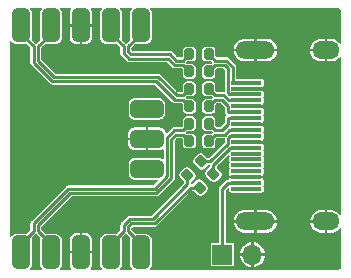
<source format=gbr>
%TF.GenerationSoftware,KiCad,Pcbnew,(6.0.7)*%
%TF.CreationDate,2022-09-16T05:20:12-07:00*%
%TF.ProjectId,dvi-sock,6476692d-736f-4636-9b2e-6b696361645f,rev?*%
%TF.SameCoordinates,Original*%
%TF.FileFunction,Copper,L1,Top*%
%TF.FilePolarity,Positive*%
%FSLAX46Y46*%
G04 Gerber Fmt 4.6, Leading zero omitted, Abs format (unit mm)*
G04 Created by KiCad (PCBNEW (6.0.7)) date 2022-09-16 05:20:12*
%MOMM*%
%LPD*%
G01*
G04 APERTURE LIST*
G04 Aperture macros list*
%AMRoundRect*
0 Rectangle with rounded corners*
0 $1 Rounding radius*
0 $2 $3 $4 $5 $6 $7 $8 $9 X,Y pos of 4 corners*
0 Add a 4 corners polygon primitive as box body*
4,1,4,$2,$3,$4,$5,$6,$7,$8,$9,$2,$3,0*
0 Add four circle primitives for the rounded corners*
1,1,$1+$1,$2,$3*
1,1,$1+$1,$4,$5*
1,1,$1+$1,$6,$7*
1,1,$1+$1,$8,$9*
0 Add four rect primitives between the rounded corners*
20,1,$1+$1,$2,$3,$4,$5,0*
20,1,$1+$1,$4,$5,$6,$7,0*
20,1,$1+$1,$6,$7,$8,$9,0*
20,1,$1+$1,$8,$9,$2,$3,0*%
G04 Aperture macros list end*
%TA.AperFunction,SMDPad,CuDef*%
%ADD10RoundRect,0.200000X-0.200000X-0.275000X0.200000X-0.275000X0.200000X0.275000X-0.200000X0.275000X0*%
%TD*%
%TA.AperFunction,SMDPad,CuDef*%
%ADD11RoundRect,0.200000X0.200000X0.275000X-0.200000X0.275000X-0.200000X-0.275000X0.200000X-0.275000X0*%
%TD*%
%TA.AperFunction,ComponentPad*%
%ADD12O,1.700000X1.700000*%
%TD*%
%TA.AperFunction,ComponentPad*%
%ADD13R,1.700000X1.700000*%
%TD*%
%TA.AperFunction,ComponentPad*%
%ADD14RoundRect,0.381000X-0.381000X-1.019000X0.381000X-1.019000X0.381000X1.019000X-0.381000X1.019000X0*%
%TD*%
%TA.AperFunction,ComponentPad*%
%ADD15C,0.600000*%
%TD*%
%TA.AperFunction,SMDPad,CuDef*%
%ADD16RoundRect,0.200000X0.053033X-0.335876X0.335876X-0.053033X-0.053033X0.335876X-0.335876X0.053033X0*%
%TD*%
%TA.AperFunction,ComponentPad*%
%ADD17RoundRect,0.381000X0.381000X1.019000X-0.381000X1.019000X-0.381000X-1.019000X0.381000X-1.019000X0*%
%TD*%
%TA.AperFunction,ComponentPad*%
%ADD18RoundRect,0.381000X1.019000X-0.381000X1.019000X0.381000X-1.019000X0.381000X-1.019000X-0.381000X0*%
%TD*%
%TA.AperFunction,SMDPad,CuDef*%
%ADD19RoundRect,0.200000X-0.053033X0.335876X-0.335876X0.053033X0.053033X-0.335876X0.335876X-0.053033X0*%
%TD*%
%TA.AperFunction,ComponentPad*%
%ADD20O,2.300000X1.500000*%
%TD*%
%TA.AperFunction,ComponentPad*%
%ADD21O,3.300000X1.500000*%
%TD*%
%TA.AperFunction,SMDPad,CuDef*%
%ADD22R,2.600000X0.300000*%
%TD*%
%TA.AperFunction,ViaPad*%
%ADD23C,0.600000*%
%TD*%
%TA.AperFunction,Conductor*%
%ADD24C,0.250000*%
%TD*%
G04 APERTURE END LIST*
D10*
%TO.P,R3,2*%
%TO.N,/D1+*%
X158750000Y-80772001D03*
%TO.P,R3,1*%
%TO.N,/PICO_D1+*%
X157100000Y-80772001D03*
%TD*%
D11*
%TO.P,R6,2*%
%TO.N,/PICO_D0-*%
X157100002Y-85191600D03*
%TO.P,R6,1*%
%TO.N,/D0-*%
X158750002Y-85191600D03*
%TD*%
D12*
%TO.P,J5,2,Pin_2*%
%TO.N,GND*%
X162440000Y-94800000D03*
D13*
%TO.P,J5,1,Pin_1*%
%TO.N,+5V*%
X159900000Y-94800000D03*
%TD*%
D14*
%TO.P,J1,5,Pin_5*%
%TO.N,/PICO_CK-*%
X153000000Y-94600000D03*
D15*
X153000000Y-95500000D03*
%TO.P,J1,4,Pin_4*%
%TO.N,/PICO_CK+*%
X150460000Y-95500000D03*
D14*
X150460000Y-94600000D03*
%TO.P,J1,3,Pin_3*%
%TO.N,GND*%
X147920000Y-94600000D03*
D15*
X147920000Y-95500000D03*
%TO.P,J1,2,Pin_2*%
%TO.N,/PICO_D0-*%
X145380000Y-95500000D03*
D14*
X145380000Y-94600000D03*
%TO.P,J1,1,Pin_1*%
%TO.N,/PICO_D0+*%
X142840000Y-94600000D03*
D15*
X142840000Y-95500000D03*
%TD*%
D11*
%TO.P,R4,2*%
%TO.N,/PICO_D1-*%
X157100000Y-82245201D03*
%TO.P,R4,1*%
%TO.N,/D1-*%
X158750000Y-82245201D03*
%TD*%
D10*
%TO.P,R5,2*%
%TO.N,/D0+*%
X158750002Y-83718400D03*
%TO.P,R5,1*%
%TO.N,/PICO_D0+*%
X157100002Y-83718400D03*
%TD*%
D11*
%TO.P,R2,2*%
%TO.N,/PICO_D2-*%
X157100002Y-79298800D03*
%TO.P,R2,1*%
%TO.N,/D2-*%
X158750002Y-79298800D03*
%TD*%
D16*
%TO.P,R7,2*%
%TO.N,/CK+*%
X158101653Y-86919327D03*
%TO.P,R7,1*%
%TO.N,/PICO_CK+*%
X156934927Y-88086053D03*
%TD*%
D10*
%TO.P,R1,2*%
%TO.N,/D2+*%
X158750002Y-77825600D03*
%TO.P,R1,1*%
%TO.N,/PICO_D2+*%
X157100002Y-77825600D03*
%TD*%
D15*
%TO.P,J2,5,Pin_5*%
%TO.N,/PICO_D1-*%
X142840000Y-74500000D03*
D17*
X142840000Y-75400000D03*
%TO.P,J2,4,Pin_4*%
%TO.N,/PICO_D1+*%
X145380000Y-75400000D03*
D15*
X145380000Y-74500000D03*
D17*
%TO.P,J2,3,Pin_3*%
%TO.N,GND*%
X147920000Y-75400000D03*
D15*
X147920000Y-74500000D03*
%TO.P,J2,2,Pin_2*%
%TO.N,/PICO_D2-*%
X150460000Y-74500000D03*
D17*
X150460000Y-75400000D03*
%TO.P,J2,1,Pin_1*%
%TO.N,/PICO_D2+*%
X153000000Y-75400000D03*
D15*
X153000000Y-74500000D03*
%TD*%
D18*
%TO.P,J3,3,Pin_3*%
%TO.N,unconnected-(J3-Pad3)*%
X153500000Y-82460000D03*
D15*
X154400000Y-82460000D03*
D18*
%TO.P,J3,2,Pin_2*%
%TO.N,GND*%
X153500000Y-85000000D03*
D15*
X154400000Y-85000000D03*
D18*
%TO.P,J3,1,Pin_1*%
%TO.N,unconnected-(J3-Pad1)*%
X153500000Y-87540000D03*
D15*
X154400000Y-87540000D03*
%TD*%
D19*
%TO.P,R8,2*%
%TO.N,/PICO_CK-*%
X157976637Y-89127763D03*
%TO.P,R8,1*%
%TO.N,/CK-*%
X159143363Y-87961037D03*
%TD*%
D20*
%TO.P,J4,SH,SH*%
%TO.N,GND*%
X168657000Y-92000000D03*
X168657000Y-77500000D03*
D21*
X162697000Y-92000000D03*
X162697000Y-77500000D03*
D22*
%TO.P,J4,19,HPD*%
%TO.N,unconnected-(J4-Pad19)*%
X161937000Y-89250000D03*
%TO.P,J4,18,+5V*%
%TO.N,+5V*%
X161937000Y-88750000D03*
%TO.P,J4,17,GND*%
%TO.N,GND*%
X161937000Y-88250000D03*
%TO.P,J4,16,SDA*%
%TO.N,unconnected-(J4-Pad16)*%
X161937000Y-87750000D03*
%TO.P,J4,15,SCL*%
%TO.N,unconnected-(J4-Pad15)*%
X161937000Y-87250000D03*
%TO.P,J4,14,UTILITY*%
%TO.N,unconnected-(J4-Pad14)*%
X161937000Y-86750000D03*
%TO.P,J4,13,CEC*%
%TO.N,unconnected-(J4-Pad13)*%
X161937000Y-86250000D03*
%TO.P,J4,12,CK-*%
%TO.N,/CK-*%
X161937000Y-85750000D03*
%TO.P,J4,11,CKS*%
%TO.N,GND*%
X161937000Y-85250000D03*
%TO.P,J4,10,CK+*%
%TO.N,/CK+*%
X161937000Y-84750000D03*
%TO.P,J4,9,D0-*%
%TO.N,/D0-*%
X161937000Y-84250000D03*
%TO.P,J4,8,D0S*%
%TO.N,GND*%
X161937000Y-83750000D03*
%TO.P,J4,7,D0+*%
%TO.N,/D0+*%
X161937000Y-83250000D03*
%TO.P,J4,6,D1-*%
%TO.N,/D1-*%
X161937000Y-82750000D03*
%TO.P,J4,5,D1S*%
%TO.N,GND*%
X161937000Y-82250000D03*
%TO.P,J4,4,D1+*%
%TO.N,/D1+*%
X161937000Y-81750000D03*
%TO.P,J4,3,D2-*%
%TO.N,/D2-*%
X161937000Y-81250000D03*
%TO.P,J4,2,D2S*%
%TO.N,GND*%
X161937000Y-80750000D03*
%TO.P,J4,1,D2+*%
%TO.N,/D2+*%
X161937000Y-80250000D03*
%TD*%
D23*
%TO.N,GND*%
X150799800Y-92735400D03*
X159601402Y-77800200D03*
X145034000Y-92735400D03*
X144856200Y-77419200D03*
X156248602Y-83693000D03*
X150799800Y-77266800D03*
X159579800Y-82294559D03*
X163550600Y-88250000D03*
X143179800Y-92735400D03*
X156248602Y-82270600D03*
X159763354Y-87376967D03*
X152654000Y-77266800D03*
X158685723Y-86299336D03*
X154800000Y-74250000D03*
X144109999Y-76555600D03*
X156248602Y-77800200D03*
X144109999Y-93446600D03*
X159601402Y-80746600D03*
X159661908Y-83632493D03*
X142300000Y-85000000D03*
X159661908Y-85277507D03*
X154950000Y-95800000D03*
X156314936Y-88670123D03*
X163550600Y-82250000D03*
X157392567Y-89747754D03*
X156248602Y-79324200D03*
X158200000Y-74250000D03*
X159601402Y-79324200D03*
X163550600Y-83750000D03*
X151729999Y-76555600D03*
X163550600Y-85242400D03*
X156248602Y-80746600D03*
X158100000Y-95800000D03*
X151729999Y-93446600D03*
X152654000Y-92735400D03*
X143357600Y-77419200D03*
X156248602Y-85217000D03*
X163550600Y-80750000D03*
%TD*%
D24*
%TO.N,/PICO_CK-*%
X151920000Y-92820000D02*
X153000000Y-93900000D01*
X157203628Y-89127763D02*
X154167991Y-92163400D01*
X154167991Y-92163400D02*
X152199302Y-92163400D01*
X152199302Y-92163400D02*
X151920000Y-92442702D01*
X151920000Y-92442702D02*
X151920000Y-92820000D01*
X157976637Y-89127763D02*
X157203628Y-89127763D01*
%TO.N,/PICO_CK+*%
X154010589Y-91783400D02*
X152041898Y-91783400D01*
X151540000Y-92285298D02*
X151540000Y-92820000D01*
X156934927Y-88086053D02*
X156934927Y-88859062D01*
X151540000Y-92820000D02*
X150460000Y-93900000D01*
X156934927Y-88859062D02*
X154010589Y-91783400D01*
X152041898Y-91783400D02*
X151540000Y-92285298D01*
%TO.N,GND*%
X161937000Y-83750000D02*
X163550600Y-83750000D01*
X161937000Y-82250000D02*
X163550600Y-82250000D01*
X161937000Y-80750000D02*
X163550600Y-80750000D01*
X163543000Y-85250000D02*
X163550600Y-85242400D01*
X161937000Y-85250000D02*
X163543000Y-85250000D01*
%TO.N,/PICO_D0-*%
X155997102Y-84645000D02*
X155587200Y-85054902D01*
X145380000Y-93900000D02*
X144300000Y-92820000D01*
X157100002Y-85191600D02*
X156553402Y-84645000D01*
X154307502Y-89598000D02*
X147017702Y-89598000D01*
X144300000Y-92315702D02*
X144300000Y-92820000D01*
X156553402Y-84645000D02*
X155997102Y-84645000D01*
X155587200Y-88318302D02*
X154307502Y-89598000D01*
X155587200Y-85054902D02*
X155587200Y-88318302D01*
X147017702Y-89598000D02*
X144300000Y-92315702D01*
%TO.N,/PICO_D0+*%
X155839698Y-84265000D02*
X155207200Y-84897498D01*
X146860298Y-89218000D02*
X143920000Y-92158298D01*
X156553402Y-84265000D02*
X155839698Y-84265000D01*
X154150098Y-89218000D02*
X146860298Y-89218000D01*
X155207200Y-84897498D02*
X155207200Y-88160898D01*
X157100002Y-83718400D02*
X156553402Y-84265000D01*
X155207200Y-88160898D02*
X154150098Y-89218000D01*
X142840000Y-93900000D02*
X143920000Y-92820000D01*
X143920000Y-92158298D02*
X143920000Y-92820000D01*
%TO.N,/PICO_D1-*%
X143920000Y-78544402D02*
X145511598Y-80136000D01*
X145511598Y-80136000D02*
X154314698Y-80136000D01*
X143920000Y-77180000D02*
X143920000Y-78544402D01*
X154314698Y-80136000D02*
X155877299Y-81698601D01*
X142840000Y-76100000D02*
X143920000Y-77180000D01*
X156553400Y-81698601D02*
X157100000Y-82245201D01*
X155877299Y-81698601D02*
X156553400Y-81698601D01*
%TO.N,/PICO_D1+*%
X145669000Y-79756000D02*
X154472102Y-79756000D01*
X144300000Y-77180000D02*
X144300000Y-78387000D01*
X144300000Y-78387000D02*
X145669000Y-79756000D01*
X156553400Y-81318601D02*
X157100000Y-80772001D01*
X145380000Y-76100000D02*
X144300000Y-77180000D01*
X154472102Y-79756000D02*
X156034703Y-81318601D01*
X156034703Y-81318601D02*
X156553400Y-81318601D01*
%TO.N,/PICO_D2-*%
X157100002Y-79298800D02*
X156553402Y-78752200D01*
X151991098Y-78218800D02*
X151540000Y-77767702D01*
X156553402Y-78752200D02*
X155851898Y-78752200D01*
X151540000Y-77180000D02*
X150460000Y-76100000D01*
X155851898Y-78752200D02*
X155318498Y-78218800D01*
X155318498Y-78218800D02*
X151991098Y-78218800D01*
X151540000Y-77767702D02*
X151540000Y-77180000D01*
%TO.N,/PICO_D2+*%
X151920000Y-77180000D02*
X153000000Y-76100000D01*
X157100002Y-77825600D02*
X156553402Y-78372200D01*
X155475902Y-77838800D02*
X152148502Y-77838800D01*
X151920000Y-77610298D02*
X151920000Y-77180000D01*
X156553402Y-78372200D02*
X156009302Y-78372200D01*
X156009302Y-78372200D02*
X155475902Y-77838800D01*
X152148502Y-77838800D02*
X151920000Y-77610298D01*
%TO.N,/D2+*%
X160756600Y-78889898D02*
X160756600Y-80250000D01*
X160756600Y-80250000D02*
X161937000Y-80250000D01*
X160756600Y-78889898D02*
X160238902Y-78372200D01*
X159296602Y-78372200D02*
X158750002Y-77825600D01*
X160238902Y-78372200D02*
X159296602Y-78372200D01*
%TO.N,/D2-*%
X159296602Y-78752200D02*
X160081498Y-78752200D01*
X160081498Y-78752200D02*
X160376600Y-79047302D01*
X160376600Y-79047302D02*
X160376600Y-81149600D01*
X160376600Y-81149600D02*
X160477000Y-81250000D01*
X158750002Y-79298800D02*
X159296602Y-78752200D01*
X160477000Y-81250000D02*
X161937000Y-81250000D01*
%TO.N,/D1+*%
X160416302Y-81750000D02*
X161937000Y-81750000D01*
X159984903Y-81318601D02*
X160416302Y-81750000D01*
X158750000Y-80772001D02*
X159296600Y-81318601D01*
X159296600Y-81318601D02*
X159984903Y-81318601D01*
%TO.N,/D1-*%
X158750000Y-82245201D02*
X159296600Y-81698601D01*
X159827499Y-81698601D02*
X160382000Y-82253102D01*
X159296600Y-81698601D02*
X159827499Y-81698601D01*
X160382000Y-82750000D02*
X161937000Y-82750000D01*
X160382000Y-82253102D02*
X160382000Y-82750000D01*
%TO.N,/D0+*%
X159901809Y-84251800D02*
X160382000Y-83771609D01*
X160387000Y-83250000D02*
X161937000Y-83250000D01*
X158750002Y-83718400D02*
X159283402Y-84251800D01*
X160382000Y-83771609D02*
X160382000Y-83255000D01*
X159283402Y-84251800D02*
X159901809Y-84251800D01*
X160382000Y-83255000D02*
X160387000Y-83250000D01*
%TO.N,/D0-*%
X160495496Y-84250000D02*
X161937000Y-84250000D01*
X159297101Y-84644501D02*
X160100995Y-84644501D01*
X160100995Y-84644501D02*
X160495496Y-84250000D01*
X158750002Y-85191600D02*
X159297101Y-84644501D01*
%TO.N,/CK+*%
X160382000Y-85411988D02*
X160382000Y-84900191D01*
X158101653Y-86919327D02*
X158874662Y-86919327D01*
X158874662Y-86919327D02*
X160382000Y-85411988D01*
X160532192Y-84750000D02*
X161937000Y-84750000D01*
X160382000Y-84900191D02*
X160532192Y-84750000D01*
%TO.N,/CK-*%
X159143363Y-87188028D02*
X160581391Y-85750000D01*
X160581391Y-85750000D02*
X161937000Y-85750000D01*
X159143363Y-87961037D02*
X159143363Y-87188028D01*
%TO.N,+5V*%
X161937000Y-88750000D02*
X160387000Y-88750000D01*
X159900000Y-89237000D02*
X159900000Y-94800000D01*
X160387000Y-88750000D02*
X159900000Y-89237000D01*
%TD*%
%TA.AperFunction,Conductor*%
%TO.N,GND*%
G36*
X144152445Y-93063651D02*
G01*
X144162326Y-93071942D01*
X144462174Y-93371790D01*
X144483566Y-93417666D01*
X144479764Y-93443713D01*
X144480909Y-93444004D01*
X144479741Y-93448603D01*
X144477989Y-93453028D01*
X144467500Y-93539706D01*
X144467500Y-95660294D01*
X144477989Y-95746972D01*
X144531596Y-95882368D01*
X144557013Y-95915854D01*
X144606279Y-95980760D01*
X144621248Y-96029115D01*
X144601632Y-96075779D01*
X144556610Y-96098917D01*
X144547336Y-96099500D01*
X143672664Y-96099500D01*
X143625098Y-96082187D01*
X143599788Y-96038350D01*
X143608578Y-95988500D01*
X143613721Y-95980760D01*
X143662987Y-95915854D01*
X143688404Y-95882368D01*
X143742011Y-95746972D01*
X143752500Y-95660294D01*
X143752500Y-93539706D01*
X143742011Y-93453028D01*
X143740259Y-93448603D01*
X143739091Y-93444004D01*
X143741132Y-93443486D01*
X143739930Y-93400773D01*
X143757826Y-93371790D01*
X144057674Y-93071942D01*
X144103550Y-93050550D01*
X144152445Y-93063651D01*
G37*
%TD.AperFunction*%
%TA.AperFunction,Conductor*%
G36*
X147072876Y-73917813D02*
G01*
X147098186Y-73961650D01*
X147089396Y-74011500D01*
X147084018Y-74019548D01*
X147034450Y-74084146D01*
X147029643Y-74092473D01*
X146974810Y-74224851D01*
X146972322Y-74234134D01*
X146958317Y-74340516D01*
X146958000Y-74345351D01*
X146958000Y-75286952D01*
X146961638Y-75296948D01*
X146966925Y-75300000D01*
X148868951Y-75300000D01*
X148878947Y-75296362D01*
X148881999Y-75291075D01*
X148881999Y-74345353D01*
X148881682Y-74340515D01*
X148867678Y-74234136D01*
X148865189Y-74224849D01*
X148810359Y-74092477D01*
X148805550Y-74084147D01*
X148755982Y-74019549D01*
X148740760Y-73971272D01*
X148760131Y-73924506D01*
X148805031Y-73901133D01*
X148814690Y-73900500D01*
X149627336Y-73900500D01*
X149674902Y-73917813D01*
X149700212Y-73961650D01*
X149691422Y-74011500D01*
X149686279Y-74019240D01*
X149664591Y-74047814D01*
X149611596Y-74117632D01*
X149557989Y-74253028D01*
X149547500Y-74339706D01*
X149547500Y-76460294D01*
X149557989Y-76546972D01*
X149565469Y-76565864D01*
X149604703Y-76664957D01*
X149611596Y-76682368D01*
X149699639Y-76798361D01*
X149815632Y-76886404D01*
X149820322Y-76888261D01*
X149820324Y-76888262D01*
X149874007Y-76909516D01*
X149951028Y-76940011D01*
X150013219Y-76947537D01*
X150035490Y-76950232D01*
X150035493Y-76950232D01*
X150037706Y-76950500D01*
X150882294Y-76950500D01*
X150884499Y-76950233D01*
X150885331Y-76950183D01*
X150933853Y-76964604D01*
X150942107Y-76971723D01*
X151242826Y-77272442D01*
X151264218Y-77318318D01*
X151264500Y-77324768D01*
X151264500Y-77733282D01*
X151263078Y-77747718D01*
X151259103Y-77767702D01*
X151264500Y-77794834D01*
X151264500Y-77794835D01*
X151280485Y-77875197D01*
X151341376Y-77966326D01*
X151358318Y-77977646D01*
X151369529Y-77986847D01*
X151771952Y-78389270D01*
X151781154Y-78400483D01*
X151792474Y-78417424D01*
X151815475Y-78432793D01*
X151815476Y-78432794D01*
X151827961Y-78441136D01*
X151883603Y-78478315D01*
X151890748Y-78479736D01*
X151890750Y-78479737D01*
X151963963Y-78494300D01*
X151963966Y-78494300D01*
X151991098Y-78499697D01*
X152011082Y-78495722D01*
X152025518Y-78494300D01*
X155173730Y-78494300D01*
X155221296Y-78511613D01*
X155226056Y-78515974D01*
X155632752Y-78922670D01*
X155641954Y-78933883D01*
X155653274Y-78950824D01*
X155676275Y-78966193D01*
X155676276Y-78966194D01*
X155744404Y-79011716D01*
X155851898Y-79033097D01*
X155859047Y-79031675D01*
X155871883Y-79029122D01*
X155886319Y-79027700D01*
X156408634Y-79027700D01*
X156456200Y-79045013D01*
X156460960Y-79049374D01*
X156527828Y-79116242D01*
X156549220Y-79162118D01*
X156549502Y-79168568D01*
X156549502Y-79607018D01*
X156549897Y-79609701D01*
X156558806Y-79670223D01*
X156558807Y-79670226D01*
X156559644Y-79675912D01*
X156611070Y-79780655D01*
X156615399Y-79784976D01*
X156615400Y-79784978D01*
X156689323Y-79858772D01*
X156693652Y-79863093D01*
X156699149Y-79865780D01*
X156792936Y-79911624D01*
X156798484Y-79914336D01*
X156866784Y-79924300D01*
X157333220Y-79924300D01*
X157339365Y-79923395D01*
X157396425Y-79914996D01*
X157396428Y-79914995D01*
X157402114Y-79914158D01*
X157407274Y-79911625D01*
X157407276Y-79911624D01*
X157454679Y-79888350D01*
X157506857Y-79862732D01*
X157511178Y-79858403D01*
X157511180Y-79858402D01*
X157584974Y-79784479D01*
X157584975Y-79784477D01*
X157589295Y-79780150D01*
X157591982Y-79774653D01*
X157638014Y-79680482D01*
X157638014Y-79680481D01*
X157640538Y-79675318D01*
X157650502Y-79607018D01*
X157650502Y-78990582D01*
X157646912Y-78966193D01*
X157641198Y-78927377D01*
X157641197Y-78927374D01*
X157640360Y-78921688D01*
X157588934Y-78816945D01*
X157584605Y-78812624D01*
X157584604Y-78812622D01*
X157510681Y-78738828D01*
X157510679Y-78738827D01*
X157506352Y-78734507D01*
X157464954Y-78714271D01*
X157406684Y-78685788D01*
X157406683Y-78685788D01*
X157401520Y-78683264D01*
X157333220Y-78673300D01*
X156894770Y-78673300D01*
X156847204Y-78655987D01*
X156842444Y-78651626D01*
X156805344Y-78614526D01*
X156783952Y-78568650D01*
X156797053Y-78519755D01*
X156805344Y-78509874D01*
X156842444Y-78472774D01*
X156888320Y-78451382D01*
X156894770Y-78451100D01*
X157333220Y-78451100D01*
X157341976Y-78449811D01*
X157396425Y-78441796D01*
X157396428Y-78441795D01*
X157402114Y-78440958D01*
X157407274Y-78438425D01*
X157407276Y-78438424D01*
X157463199Y-78410967D01*
X157506857Y-78389532D01*
X157511178Y-78385203D01*
X157511180Y-78385202D01*
X157584974Y-78311279D01*
X157584975Y-78311277D01*
X157589295Y-78306950D01*
X157631733Y-78220131D01*
X157638014Y-78207282D01*
X157638014Y-78207281D01*
X157640538Y-78202118D01*
X157650502Y-78133818D01*
X157650502Y-77517382D01*
X157647381Y-77496182D01*
X157641198Y-77454177D01*
X157641197Y-77454174D01*
X157640360Y-77448488D01*
X157588934Y-77343745D01*
X157584605Y-77339424D01*
X157584604Y-77339422D01*
X157510681Y-77265628D01*
X157510679Y-77265627D01*
X157506352Y-77261307D01*
X157500855Y-77258620D01*
X157406684Y-77212588D01*
X157406683Y-77212588D01*
X157401520Y-77210064D01*
X157333220Y-77200100D01*
X156866784Y-77200100D01*
X156864101Y-77200495D01*
X156803579Y-77209404D01*
X156803576Y-77209405D01*
X156797890Y-77210242D01*
X156792730Y-77212775D01*
X156792728Y-77212776D01*
X156746885Y-77235284D01*
X156693147Y-77261668D01*
X156688826Y-77265997D01*
X156688824Y-77265998D01*
X156615030Y-77339921D01*
X156610709Y-77344250D01*
X156608022Y-77349747D01*
X156562280Y-77443326D01*
X156559466Y-77449082D01*
X156549502Y-77517382D01*
X156549502Y-77955832D01*
X156532189Y-78003398D01*
X156527828Y-78008158D01*
X156460960Y-78075026D01*
X156415084Y-78096418D01*
X156408634Y-78096700D01*
X156154070Y-78096700D01*
X156106504Y-78079387D01*
X156101744Y-78075026D01*
X155695047Y-77668329D01*
X155685844Y-77657115D01*
X155678575Y-77646236D01*
X155674526Y-77640176D01*
X155651525Y-77624807D01*
X155651524Y-77624806D01*
X155625367Y-77607329D01*
X155583397Y-77579285D01*
X155538531Y-77570361D01*
X155503037Y-77563300D01*
X155503034Y-77563300D01*
X155475902Y-77557903D01*
X155468753Y-77559325D01*
X155455919Y-77561878D01*
X155441482Y-77563300D01*
X152293270Y-77563300D01*
X152245704Y-77545987D01*
X152240944Y-77541626D01*
X152217174Y-77517856D01*
X152195782Y-77471980D01*
X152195500Y-77465530D01*
X152195500Y-77324768D01*
X152212813Y-77277202D01*
X152217174Y-77272442D01*
X152517893Y-76971723D01*
X152563769Y-76950331D01*
X152574669Y-76950183D01*
X152575501Y-76950233D01*
X152577706Y-76950500D01*
X153422294Y-76950500D01*
X153424507Y-76950232D01*
X153424510Y-76950232D01*
X153446781Y-76947537D01*
X153508972Y-76940011D01*
X153585993Y-76909516D01*
X153639676Y-76888262D01*
X153639678Y-76888261D01*
X153644368Y-76886404D01*
X153760361Y-76798361D01*
X153848404Y-76682368D01*
X153855298Y-76664957D01*
X153894531Y-76565864D01*
X153902011Y-76546972D01*
X153912500Y-76460294D01*
X153912500Y-74339706D01*
X153902011Y-74253028D01*
X153848404Y-74117632D01*
X153795409Y-74047814D01*
X153773721Y-74019240D01*
X153758752Y-73970885D01*
X153778368Y-73924221D01*
X153823390Y-73901083D01*
X153832664Y-73900500D01*
X169574243Y-73900500D01*
X169593394Y-73903021D01*
X169594229Y-73903244D01*
X169594388Y-73903287D01*
X169603800Y-73905809D01*
X169613211Y-73903287D01*
X169620118Y-73903287D01*
X169629776Y-73903920D01*
X169655556Y-73907314D01*
X169684601Y-73911138D01*
X169703259Y-73916138D01*
X169769549Y-73943596D01*
X169786276Y-73953252D01*
X169843211Y-73996940D01*
X169856860Y-74010589D01*
X169900548Y-74067524D01*
X169910204Y-74084251D01*
X169937662Y-74150541D01*
X169942662Y-74169199D01*
X169949880Y-74224020D01*
X169950513Y-74233682D01*
X169950513Y-74240589D01*
X169947991Y-74250000D01*
X169950512Y-74259409D01*
X169950779Y-74260404D01*
X169953300Y-74279557D01*
X169953300Y-76882976D01*
X169935987Y-76930542D01*
X169892150Y-76955852D01*
X169842300Y-76947062D01*
X169817929Y-76923445D01*
X169817820Y-76923529D01*
X169817244Y-76922782D01*
X169816409Y-76921972D01*
X169815533Y-76920560D01*
X169810983Y-76914651D01*
X169683526Y-76779869D01*
X169677879Y-76774995D01*
X169525935Y-76668604D01*
X169519411Y-76664957D01*
X169349168Y-76591285D01*
X169342068Y-76589033D01*
X169159595Y-76550913D01*
X169153980Y-76550184D01*
X169151440Y-76550050D01*
X169149509Y-76550000D01*
X168770048Y-76550000D01*
X168760052Y-76553638D01*
X168757000Y-76558925D01*
X168757000Y-78436952D01*
X168760638Y-78446948D01*
X168765925Y-78450000D01*
X169103357Y-78450000D01*
X169107093Y-78449811D01*
X169245278Y-78435774D01*
X169252586Y-78434274D01*
X169429599Y-78378802D01*
X169436453Y-78375864D01*
X169598698Y-78285931D01*
X169604820Y-78281676D01*
X169745662Y-78160959D01*
X169750809Y-78155554D01*
X169820828Y-78065286D01*
X169863662Y-78038312D01*
X169913812Y-78045182D01*
X169947814Y-78082681D01*
X169953300Y-78110641D01*
X169953300Y-91382976D01*
X169935987Y-91430542D01*
X169892150Y-91455852D01*
X169842300Y-91447062D01*
X169817929Y-91423445D01*
X169817820Y-91423529D01*
X169817244Y-91422782D01*
X169816409Y-91421972D01*
X169815533Y-91420560D01*
X169810983Y-91414651D01*
X169683526Y-91279869D01*
X169677879Y-91274995D01*
X169525935Y-91168604D01*
X169519411Y-91164957D01*
X169349168Y-91091285D01*
X169342068Y-91089033D01*
X169159595Y-91050913D01*
X169153980Y-91050184D01*
X169151440Y-91050050D01*
X169149509Y-91050000D01*
X168770048Y-91050000D01*
X168760052Y-91053638D01*
X168757000Y-91058925D01*
X168757000Y-92936952D01*
X168760638Y-92946948D01*
X168765925Y-92950000D01*
X169103357Y-92950000D01*
X169107093Y-92949811D01*
X169245278Y-92935774D01*
X169252586Y-92934274D01*
X169429599Y-92878802D01*
X169436453Y-92875864D01*
X169598698Y-92785931D01*
X169604820Y-92781676D01*
X169745662Y-92660959D01*
X169750809Y-92655554D01*
X169820828Y-92565286D01*
X169863662Y-92538312D01*
X169913812Y-92545182D01*
X169947814Y-92582681D01*
X169953300Y-92610641D01*
X169953300Y-95720443D01*
X169950779Y-95739594D01*
X169947991Y-95750000D01*
X169950513Y-95759411D01*
X169950513Y-95766318D01*
X169949880Y-95775976D01*
X169948334Y-95787719D01*
X169942662Y-95830801D01*
X169937662Y-95849459D01*
X169910204Y-95915749D01*
X169900548Y-95932476D01*
X169856860Y-95989411D01*
X169843211Y-96003060D01*
X169786276Y-96046748D01*
X169769549Y-96056404D01*
X169703259Y-96083862D01*
X169684601Y-96088862D01*
X169655556Y-96092686D01*
X169629776Y-96096080D01*
X169620118Y-96096713D01*
X169613211Y-96096713D01*
X169603800Y-96094191D01*
X169594391Y-96096712D01*
X169594229Y-96096756D01*
X169593394Y-96096979D01*
X169574243Y-96099500D01*
X153832664Y-96099500D01*
X153785098Y-96082187D01*
X153759788Y-96038350D01*
X153768578Y-95988500D01*
X153773721Y-95980760D01*
X153822987Y-95915854D01*
X153848404Y-95882368D01*
X153902011Y-95746972D01*
X153911952Y-95664820D01*
X158899500Y-95664820D01*
X158900210Y-95668389D01*
X158900210Y-95668390D01*
X158905000Y-95692468D01*
X158908233Y-95708722D01*
X158941496Y-95758504D01*
X158991278Y-95791767D01*
X158998424Y-95793188D01*
X158998425Y-95793189D01*
X159031610Y-95799790D01*
X159031611Y-95799790D01*
X159035180Y-95800500D01*
X160764820Y-95800500D01*
X160768389Y-95799790D01*
X160768390Y-95799790D01*
X160801575Y-95793189D01*
X160801576Y-95793188D01*
X160808722Y-95791767D01*
X160858504Y-95758504D01*
X160891767Y-95708722D01*
X160895001Y-95692468D01*
X160899790Y-95668390D01*
X160899790Y-95668389D01*
X160900500Y-95664820D01*
X160900500Y-94907792D01*
X161395310Y-94907792D01*
X161401949Y-94986855D01*
X161403250Y-94993942D01*
X161458013Y-95184922D01*
X161460663Y-95191617D01*
X161551479Y-95368326D01*
X161555384Y-95374384D01*
X161678789Y-95530083D01*
X161683794Y-95535267D01*
X161835094Y-95664032D01*
X161841013Y-95668146D01*
X162014440Y-95765072D01*
X162021041Y-95767955D01*
X162209991Y-95829348D01*
X162217036Y-95830897D01*
X162327043Y-95844015D01*
X162337400Y-95841586D01*
X162340000Y-95838111D01*
X162340000Y-95832407D01*
X162540000Y-95832407D01*
X162543638Y-95842403D01*
X162547875Y-95844849D01*
X162619602Y-95839330D01*
X162626701Y-95838078D01*
X162818062Y-95784649D01*
X162824770Y-95782047D01*
X163002107Y-95692468D01*
X163008195Y-95688604D01*
X163164751Y-95566289D01*
X163169970Y-95561319D01*
X163299791Y-95410920D01*
X163303939Y-95405040D01*
X163402078Y-95232283D01*
X163405006Y-95225708D01*
X163467719Y-95037189D01*
X163469316Y-95030155D01*
X163484124Y-94912946D01*
X163481767Y-94902573D01*
X163478377Y-94900000D01*
X162553048Y-94900000D01*
X162543052Y-94903638D01*
X162540000Y-94908925D01*
X162540000Y-95832407D01*
X162340000Y-95832407D01*
X162340000Y-94913048D01*
X162336362Y-94903052D01*
X162331075Y-94900000D01*
X161407704Y-94900000D01*
X161397708Y-94903638D01*
X161395310Y-94907792D01*
X160900500Y-94907792D01*
X160900500Y-94687033D01*
X161396040Y-94687033D01*
X161398542Y-94697372D01*
X161402107Y-94700000D01*
X162326952Y-94700000D01*
X162336948Y-94696362D01*
X162340000Y-94691075D01*
X162340000Y-94686952D01*
X162540000Y-94686952D01*
X162543638Y-94696948D01*
X162548925Y-94700000D01*
X163472228Y-94700000D01*
X163482224Y-94696362D01*
X163484528Y-94692371D01*
X163475340Y-94598670D01*
X163473941Y-94591602D01*
X163416516Y-94401403D01*
X163413772Y-94394745D01*
X163320498Y-94219322D01*
X163316512Y-94213323D01*
X163190942Y-94059358D01*
X163185866Y-94054247D01*
X163032789Y-93927610D01*
X163026804Y-93923573D01*
X162852043Y-93829081D01*
X162845405Y-93826290D01*
X162655612Y-93767540D01*
X162648552Y-93766091D01*
X162552977Y-93756045D01*
X162542657Y-93758618D01*
X162540000Y-93762275D01*
X162540000Y-94686952D01*
X162340000Y-94686952D01*
X162340000Y-93767764D01*
X162336362Y-93757768D01*
X162332290Y-93755418D01*
X162245912Y-93763278D01*
X162238818Y-93764631D01*
X162048231Y-93820724D01*
X162041555Y-93823422D01*
X161865483Y-93915469D01*
X161859456Y-93919413D01*
X161704619Y-94043906D01*
X161699471Y-94048947D01*
X161571765Y-94201140D01*
X161567696Y-94207083D01*
X161471980Y-94381191D01*
X161469144Y-94387808D01*
X161409068Y-94577189D01*
X161407572Y-94584228D01*
X161396040Y-94687033D01*
X160900500Y-94687033D01*
X160900500Y-93935180D01*
X160891767Y-93891278D01*
X160858504Y-93841496D01*
X160808722Y-93808233D01*
X160801576Y-93806812D01*
X160801575Y-93806811D01*
X160768390Y-93800210D01*
X160768389Y-93800210D01*
X160764820Y-93799500D01*
X160249500Y-93799500D01*
X160201934Y-93782187D01*
X160176624Y-93738350D01*
X160175500Y-93725500D01*
X160175500Y-92107072D01*
X160852380Y-92107072D01*
X160871540Y-92233767D01*
X160873395Y-92240991D01*
X160937449Y-92415085D01*
X160940717Y-92421785D01*
X161038469Y-92579444D01*
X161043017Y-92585349D01*
X161170474Y-92720131D01*
X161176121Y-92725005D01*
X161328065Y-92831396D01*
X161334589Y-92835043D01*
X161504832Y-92908715D01*
X161511932Y-92910967D01*
X161694405Y-92949087D01*
X161700020Y-92949816D01*
X161702560Y-92949950D01*
X161704491Y-92950000D01*
X162583952Y-92950000D01*
X162593948Y-92946362D01*
X162597000Y-92941075D01*
X162597000Y-92936952D01*
X162797000Y-92936952D01*
X162800638Y-92946948D01*
X162805925Y-92950000D01*
X163643357Y-92950000D01*
X163647093Y-92949811D01*
X163785278Y-92935774D01*
X163792586Y-92934274D01*
X163969599Y-92878802D01*
X163976453Y-92875864D01*
X164138698Y-92785931D01*
X164144820Y-92781676D01*
X164285662Y-92660959D01*
X164290809Y-92655554D01*
X164404505Y-92508977D01*
X164408453Y-92502659D01*
X164490357Y-92336211D01*
X164492953Y-92329229D01*
X164539714Y-92149709D01*
X164540854Y-92142346D01*
X164542390Y-92113028D01*
X164540569Y-92107072D01*
X167312380Y-92107072D01*
X167331540Y-92233767D01*
X167333395Y-92240991D01*
X167397449Y-92415085D01*
X167400717Y-92421785D01*
X167498469Y-92579444D01*
X167503017Y-92585349D01*
X167630474Y-92720131D01*
X167636121Y-92725005D01*
X167788065Y-92831396D01*
X167794589Y-92835043D01*
X167964832Y-92908715D01*
X167971932Y-92910967D01*
X168154405Y-92949087D01*
X168160020Y-92949816D01*
X168162560Y-92949950D01*
X168164491Y-92950000D01*
X168543952Y-92950000D01*
X168553948Y-92946362D01*
X168557000Y-92941075D01*
X168557000Y-92113048D01*
X168553362Y-92103052D01*
X168548075Y-92100000D01*
X167324358Y-92100000D01*
X167314362Y-92103638D01*
X167312380Y-92107072D01*
X164540569Y-92107072D01*
X164539281Y-92102858D01*
X164534880Y-92100000D01*
X162810048Y-92100000D01*
X162800052Y-92103638D01*
X162797000Y-92108925D01*
X162797000Y-92936952D01*
X162597000Y-92936952D01*
X162597000Y-92113048D01*
X162593362Y-92103052D01*
X162588075Y-92100000D01*
X160864358Y-92100000D01*
X160854362Y-92103638D01*
X160852380Y-92107072D01*
X160175500Y-92107072D01*
X160175500Y-91886972D01*
X160851610Y-91886972D01*
X160854719Y-91897142D01*
X160859120Y-91900000D01*
X162583952Y-91900000D01*
X162593948Y-91896362D01*
X162597000Y-91891075D01*
X162597000Y-91886952D01*
X162797000Y-91886952D01*
X162800638Y-91896948D01*
X162805925Y-91900000D01*
X164529642Y-91900000D01*
X164539638Y-91896362D01*
X164541620Y-91892928D01*
X164540719Y-91886972D01*
X167311610Y-91886972D01*
X167314719Y-91897142D01*
X167319120Y-91900000D01*
X168543952Y-91900000D01*
X168553948Y-91896362D01*
X168557000Y-91891075D01*
X168557000Y-91063048D01*
X168553362Y-91053052D01*
X168548075Y-91050000D01*
X168210643Y-91050000D01*
X168206907Y-91050189D01*
X168068722Y-91064226D01*
X168061414Y-91065726D01*
X167884401Y-91121198D01*
X167877547Y-91124136D01*
X167715302Y-91214069D01*
X167709180Y-91218324D01*
X167568338Y-91339041D01*
X167563191Y-91344446D01*
X167449495Y-91491023D01*
X167445547Y-91497341D01*
X167363643Y-91663789D01*
X167361047Y-91670771D01*
X167314286Y-91850291D01*
X167313146Y-91857654D01*
X167311610Y-91886972D01*
X164540719Y-91886972D01*
X164522460Y-91766233D01*
X164520605Y-91759009D01*
X164456551Y-91584915D01*
X164453283Y-91578215D01*
X164355531Y-91420556D01*
X164350983Y-91414651D01*
X164223526Y-91279869D01*
X164217879Y-91274995D01*
X164065935Y-91168604D01*
X164059411Y-91164957D01*
X163889168Y-91091285D01*
X163882068Y-91089033D01*
X163699595Y-91050913D01*
X163693980Y-91050184D01*
X163691440Y-91050050D01*
X163689509Y-91050000D01*
X162810048Y-91050000D01*
X162800052Y-91053638D01*
X162797000Y-91058925D01*
X162797000Y-91886952D01*
X162597000Y-91886952D01*
X162597000Y-91063048D01*
X162593362Y-91053052D01*
X162588075Y-91050000D01*
X161750643Y-91050000D01*
X161746907Y-91050189D01*
X161608722Y-91064226D01*
X161601414Y-91065726D01*
X161424401Y-91121198D01*
X161417547Y-91124136D01*
X161255302Y-91214069D01*
X161249180Y-91218324D01*
X161108338Y-91339041D01*
X161103191Y-91344446D01*
X160989495Y-91491023D01*
X160985547Y-91497341D01*
X160903643Y-91663789D01*
X160901047Y-91670771D01*
X160854286Y-91850291D01*
X160853146Y-91857654D01*
X160851610Y-91886972D01*
X160175500Y-91886972D01*
X160175500Y-89381768D01*
X160192813Y-89334202D01*
X160197174Y-89329442D01*
X160360174Y-89166442D01*
X160406050Y-89145050D01*
X160454945Y-89158151D01*
X160483979Y-89199615D01*
X160486500Y-89218768D01*
X160486500Y-89414820D01*
X160495233Y-89458722D01*
X160528496Y-89508504D01*
X160578278Y-89541767D01*
X160585424Y-89543188D01*
X160585425Y-89543189D01*
X160618610Y-89549790D01*
X160618611Y-89549790D01*
X160622180Y-89550500D01*
X163251820Y-89550500D01*
X163255389Y-89549790D01*
X163255390Y-89549790D01*
X163288575Y-89543189D01*
X163288576Y-89543188D01*
X163295722Y-89541767D01*
X163345504Y-89508504D01*
X163378767Y-89458722D01*
X163387500Y-89414820D01*
X163387500Y-89085180D01*
X163378767Y-89041278D01*
X163374719Y-89035220D01*
X163371929Y-89028484D01*
X163375235Y-89027115D01*
X163366622Y-88991969D01*
X163373786Y-88972285D01*
X163371929Y-88971516D01*
X163374719Y-88964780D01*
X163378767Y-88958722D01*
X163383068Y-88937103D01*
X163386790Y-88918390D01*
X163386790Y-88918389D01*
X163387500Y-88914820D01*
X163387500Y-88585180D01*
X163385750Y-88576383D01*
X163393450Y-88526354D01*
X163396799Y-88520834D01*
X163421348Y-88484094D01*
X163426818Y-88470890D01*
X163436290Y-88423268D01*
X163437000Y-88416058D01*
X163437000Y-88363048D01*
X163433362Y-88353052D01*
X163428075Y-88350000D01*
X160450048Y-88350000D01*
X160440052Y-88353638D01*
X160437000Y-88358925D01*
X160437000Y-88398427D01*
X160419687Y-88445993D01*
X160377439Y-88471005D01*
X160359868Y-88474500D01*
X160359867Y-88474500D01*
X160279505Y-88490485D01*
X160239934Y-88516926D01*
X160211378Y-88536006D01*
X160211377Y-88536007D01*
X160188376Y-88551376D01*
X160177107Y-88568242D01*
X160177058Y-88568315D01*
X160167855Y-88579529D01*
X159729529Y-89017855D01*
X159718318Y-89027056D01*
X159701376Y-89038376D01*
X159640485Y-89129505D01*
X159640485Y-89129506D01*
X159619103Y-89237000D01*
X159620525Y-89244149D01*
X159623078Y-89256983D01*
X159624500Y-89271420D01*
X159624500Y-93725500D01*
X159607187Y-93773066D01*
X159563350Y-93798376D01*
X159550500Y-93799500D01*
X159035180Y-93799500D01*
X159031611Y-93800210D01*
X159031610Y-93800210D01*
X158998425Y-93806811D01*
X158998424Y-93806812D01*
X158991278Y-93808233D01*
X158941496Y-93841496D01*
X158908233Y-93891278D01*
X158899500Y-93935180D01*
X158899500Y-95664820D01*
X153911952Y-95664820D01*
X153912500Y-95660294D01*
X153912500Y-93539706D01*
X153902011Y-93453028D01*
X153848404Y-93317632D01*
X153760361Y-93201639D01*
X153644368Y-93113596D01*
X153639678Y-93111739D01*
X153639676Y-93111738D01*
X153550555Y-93076453D01*
X153508972Y-93059989D01*
X153446781Y-93052463D01*
X153424510Y-93049768D01*
X153424507Y-93049768D01*
X153422294Y-93049500D01*
X152577706Y-93049500D01*
X152575501Y-93049767D01*
X152574669Y-93049817D01*
X152526147Y-93035396D01*
X152517893Y-93028277D01*
X152217174Y-92727558D01*
X152195782Y-92681682D01*
X152195500Y-92675232D01*
X152195500Y-92587470D01*
X152212813Y-92539904D01*
X152217174Y-92535144D01*
X152291744Y-92460574D01*
X152337620Y-92439182D01*
X152344070Y-92438900D01*
X154133571Y-92438900D01*
X154148007Y-92440322D01*
X154167991Y-92444297D01*
X154195123Y-92438900D01*
X154195126Y-92438900D01*
X154268339Y-92424337D01*
X154268341Y-92424336D01*
X154275486Y-92422915D01*
X154320568Y-92392792D01*
X154343613Y-92377394D01*
X154343614Y-92377393D01*
X154366615Y-92362024D01*
X154377935Y-92345083D01*
X154387137Y-92333870D01*
X157296070Y-89424937D01*
X157341946Y-89403545D01*
X157348396Y-89403263D01*
X157442961Y-89403263D01*
X157490527Y-89420576D01*
X157495287Y-89424937D01*
X157805318Y-89734968D01*
X157807484Y-89736578D01*
X157807485Y-89736579D01*
X157856588Y-89773080D01*
X157861205Y-89776512D01*
X157866650Y-89778371D01*
X157965131Y-89811993D01*
X157971633Y-89814213D01*
X157977747Y-89814208D01*
X157977749Y-89814208D01*
X158029910Y-89814162D01*
X158088320Y-89814111D01*
X158096632Y-89811257D01*
X158193244Y-89778085D01*
X158193245Y-89778084D01*
X158198681Y-89776218D01*
X158203288Y-89772784D01*
X158203290Y-89772783D01*
X158251869Y-89736573D01*
X158251871Y-89736572D01*
X158254022Y-89734968D01*
X158583842Y-89405148D01*
X158625386Y-89349261D01*
X158654450Y-89264132D01*
X158661111Y-89244621D01*
X158663087Y-89238833D01*
X158663070Y-89218768D01*
X158662990Y-89128263D01*
X158662985Y-89122146D01*
X158634222Y-89038376D01*
X158626959Y-89017222D01*
X158626958Y-89017221D01*
X158625092Y-89011785D01*
X158619295Y-89004007D01*
X158585447Y-88958597D01*
X158585446Y-88958595D01*
X158583842Y-88956444D01*
X158147956Y-88520558D01*
X158108861Y-88491496D01*
X158096686Y-88482446D01*
X158092069Y-88479014D01*
X158068610Y-88471005D01*
X157987429Y-88443289D01*
X157981641Y-88441313D01*
X157975527Y-88441318D01*
X157975525Y-88441318D01*
X157923364Y-88441364D01*
X157864954Y-88441415D01*
X157859167Y-88443402D01*
X157760030Y-88477441D01*
X157760029Y-88477442D01*
X157754593Y-88479308D01*
X157749986Y-88482742D01*
X157749984Y-88482743D01*
X157701413Y-88518947D01*
X157699252Y-88520558D01*
X157389221Y-88830589D01*
X157343345Y-88851981D01*
X157336895Y-88852263D01*
X157284427Y-88852263D01*
X157236861Y-88834950D01*
X157211551Y-88791113D01*
X157210427Y-88778263D01*
X157210427Y-88725795D01*
X157227740Y-88678229D01*
X157232101Y-88673469D01*
X157542132Y-88363438D01*
X157583676Y-88307551D01*
X157601543Y-88255219D01*
X157619401Y-88202911D01*
X157621377Y-88197123D01*
X157621370Y-88188387D01*
X157621320Y-88132356D01*
X157621275Y-88080436D01*
X157587167Y-87981099D01*
X157585249Y-87975512D01*
X157585248Y-87975511D01*
X157583382Y-87970075D01*
X157577583Y-87962294D01*
X157543737Y-87916887D01*
X157543736Y-87916885D01*
X157542132Y-87914734D01*
X157106246Y-87478848D01*
X157055376Y-87441033D01*
X157054976Y-87440736D01*
X157050359Y-87437304D01*
X157040128Y-87433811D01*
X156945719Y-87401579D01*
X156939931Y-87399603D01*
X156933817Y-87399608D01*
X156933815Y-87399608D01*
X156881654Y-87399654D01*
X156823244Y-87399705D01*
X156817457Y-87401692D01*
X156718320Y-87435731D01*
X156718319Y-87435732D01*
X156712883Y-87437598D01*
X156708276Y-87441032D01*
X156708274Y-87441033D01*
X156666347Y-87472285D01*
X156657542Y-87478848D01*
X156327722Y-87808668D01*
X156286178Y-87864555D01*
X156284319Y-87870000D01*
X156252053Y-87964510D01*
X156248477Y-87974983D01*
X156248579Y-88091670D01*
X156286472Y-88202031D01*
X156327722Y-88257372D01*
X156637753Y-88567403D01*
X156659145Y-88613279D01*
X156659427Y-88619729D01*
X156659427Y-88714294D01*
X156642114Y-88761860D01*
X156637753Y-88766620D01*
X153918147Y-91486226D01*
X153872271Y-91507618D01*
X153865821Y-91507900D01*
X152076318Y-91507900D01*
X152061881Y-91506478D01*
X152049047Y-91503925D01*
X152041898Y-91502503D01*
X152014766Y-91507900D01*
X152014763Y-91507900D01*
X151979269Y-91514961D01*
X151934403Y-91523885D01*
X151892433Y-91551929D01*
X151866276Y-91569406D01*
X151866275Y-91569407D01*
X151843274Y-91584776D01*
X151839225Y-91590836D01*
X151831956Y-91601715D01*
X151822753Y-91612929D01*
X151369529Y-92066153D01*
X151358318Y-92075354D01*
X151341376Y-92086674D01*
X151326007Y-92109675D01*
X151326006Y-92109676D01*
X151311648Y-92131165D01*
X151280485Y-92177803D01*
X151280485Y-92177804D01*
X151259103Y-92285298D01*
X151260525Y-92292447D01*
X151263078Y-92305281D01*
X151264500Y-92319718D01*
X151264500Y-92675232D01*
X151247187Y-92722798D01*
X151242826Y-92727558D01*
X150942107Y-93028277D01*
X150896231Y-93049669D01*
X150885331Y-93049817D01*
X150884499Y-93049767D01*
X150882294Y-93049500D01*
X150037706Y-93049500D01*
X150035493Y-93049768D01*
X150035490Y-93049768D01*
X150013219Y-93052463D01*
X149951028Y-93059989D01*
X149909445Y-93076453D01*
X149820324Y-93111738D01*
X149820322Y-93111739D01*
X149815632Y-93113596D01*
X149699639Y-93201639D01*
X149611596Y-93317632D01*
X149557989Y-93453028D01*
X149547500Y-93539706D01*
X149547500Y-95660294D01*
X149557989Y-95746972D01*
X149611596Y-95882368D01*
X149637013Y-95915854D01*
X149686279Y-95980760D01*
X149701248Y-96029115D01*
X149681632Y-96075779D01*
X149636610Y-96098917D01*
X149627336Y-96099500D01*
X148814690Y-96099500D01*
X148767124Y-96082187D01*
X148741814Y-96038350D01*
X148750604Y-95988500D01*
X148755982Y-95980452D01*
X148805550Y-95915854D01*
X148810357Y-95907527D01*
X148865190Y-95775149D01*
X148867678Y-95765866D01*
X148881683Y-95659484D01*
X148882000Y-95654649D01*
X148882000Y-94713048D01*
X148878362Y-94703052D01*
X148873075Y-94700000D01*
X146971049Y-94700000D01*
X146961053Y-94703638D01*
X146958001Y-94708925D01*
X146958001Y-95654647D01*
X146958318Y-95659485D01*
X146972322Y-95765864D01*
X146974811Y-95775151D01*
X147029641Y-95907523D01*
X147034450Y-95915853D01*
X147084018Y-95980451D01*
X147099240Y-96028728D01*
X147079869Y-96075494D01*
X147034969Y-96098867D01*
X147025310Y-96099500D01*
X146212664Y-96099500D01*
X146165098Y-96082187D01*
X146139788Y-96038350D01*
X146148578Y-95988500D01*
X146153721Y-95980760D01*
X146202987Y-95915854D01*
X146228404Y-95882368D01*
X146282011Y-95746972D01*
X146292500Y-95660294D01*
X146292500Y-94486952D01*
X146958000Y-94486952D01*
X146961638Y-94496948D01*
X146966925Y-94500000D01*
X147806952Y-94500000D01*
X147816948Y-94496362D01*
X147820000Y-94491075D01*
X147820000Y-94486952D01*
X148020000Y-94486952D01*
X148023638Y-94496948D01*
X148028925Y-94500000D01*
X148868951Y-94500000D01*
X148878947Y-94496362D01*
X148881999Y-94491075D01*
X148881999Y-93545353D01*
X148881682Y-93540515D01*
X148867678Y-93434136D01*
X148865189Y-93424849D01*
X148810359Y-93292477D01*
X148805547Y-93284142D01*
X148718329Y-93170477D01*
X148711523Y-93163671D01*
X148597854Y-93076450D01*
X148589527Y-93071643D01*
X148457149Y-93016810D01*
X148447866Y-93014322D01*
X148341484Y-93000317D01*
X148336649Y-93000000D01*
X148033048Y-93000000D01*
X148023052Y-93003638D01*
X148020000Y-93008925D01*
X148020000Y-94486952D01*
X147820000Y-94486952D01*
X147820000Y-93013049D01*
X147816362Y-93003053D01*
X147811075Y-93000001D01*
X147503353Y-93000001D01*
X147498515Y-93000318D01*
X147392136Y-93014322D01*
X147382849Y-93016811D01*
X147250477Y-93071641D01*
X147242142Y-93076453D01*
X147128477Y-93163671D01*
X147121671Y-93170477D01*
X147034450Y-93284146D01*
X147029643Y-93292473D01*
X146974810Y-93424851D01*
X146972322Y-93434134D01*
X146958317Y-93540516D01*
X146958000Y-93545351D01*
X146958000Y-94486952D01*
X146292500Y-94486952D01*
X146292500Y-93539706D01*
X146282011Y-93453028D01*
X146228404Y-93317632D01*
X146140361Y-93201639D01*
X146024368Y-93113596D01*
X146019678Y-93111739D01*
X146019676Y-93111738D01*
X145930555Y-93076453D01*
X145888972Y-93059989D01*
X145826781Y-93052463D01*
X145804510Y-93049768D01*
X145804507Y-93049768D01*
X145802294Y-93049500D01*
X144957706Y-93049500D01*
X144955501Y-93049767D01*
X144954669Y-93049817D01*
X144906147Y-93035396D01*
X144897893Y-93028277D01*
X144597174Y-92727558D01*
X144575782Y-92681682D01*
X144575500Y-92675232D01*
X144575500Y-92460470D01*
X144592813Y-92412904D01*
X144597174Y-92408144D01*
X147110144Y-89895174D01*
X147156020Y-89873782D01*
X147162470Y-89873500D01*
X154273082Y-89873500D01*
X154287518Y-89874922D01*
X154307502Y-89878897D01*
X154334634Y-89873500D01*
X154334637Y-89873500D01*
X154370131Y-89866439D01*
X154414997Y-89857515D01*
X154456967Y-89829471D01*
X154483124Y-89811994D01*
X154483125Y-89811993D01*
X154506126Y-89796624D01*
X154517446Y-89779683D01*
X154526648Y-89768470D01*
X155757671Y-88537447D01*
X155768882Y-88528246D01*
X155785824Y-88516926D01*
X155803492Y-88490485D01*
X155846715Y-88425797D01*
X155848653Y-88416058D01*
X155866675Y-88325451D01*
X155868097Y-88318302D01*
X155864122Y-88298318D01*
X155862700Y-88283882D01*
X155862700Y-86808257D01*
X157415203Y-86808257D01*
X157415305Y-86924944D01*
X157453198Y-87035305D01*
X157494448Y-87090646D01*
X157930334Y-87526532D01*
X157932500Y-87528142D01*
X157932501Y-87528143D01*
X157981604Y-87564644D01*
X157986221Y-87568076D01*
X158096649Y-87605777D01*
X158102763Y-87605772D01*
X158102765Y-87605772D01*
X158154926Y-87605726D01*
X158213336Y-87605675D01*
X158262425Y-87588820D01*
X158318260Y-87569649D01*
X158318261Y-87569648D01*
X158323697Y-87567782D01*
X158328304Y-87564348D01*
X158328306Y-87564347D01*
X158376885Y-87528137D01*
X158376887Y-87528136D01*
X158379038Y-87526532D01*
X158689069Y-87216501D01*
X158734945Y-87195109D01*
X158741395Y-87194827D01*
X158793863Y-87194827D01*
X158841429Y-87212140D01*
X158866739Y-87255977D01*
X158867863Y-87268827D01*
X158867863Y-87321295D01*
X158850550Y-87368861D01*
X158846189Y-87373621D01*
X158536158Y-87683652D01*
X158494614Y-87739539D01*
X158492755Y-87744984D01*
X158471665Y-87806759D01*
X158456913Y-87849967D01*
X158456918Y-87856081D01*
X158456918Y-87856083D01*
X158456964Y-87908244D01*
X158457015Y-87966654D01*
X158459002Y-87972441D01*
X158478460Y-88029110D01*
X158494908Y-88077015D01*
X158498342Y-88081622D01*
X158498343Y-88081624D01*
X158510145Y-88097457D01*
X158536158Y-88132356D01*
X158972044Y-88568242D01*
X158974210Y-88569852D01*
X158974211Y-88569853D01*
X159023314Y-88606354D01*
X159027931Y-88609786D01*
X159033376Y-88611645D01*
X159057055Y-88619729D01*
X159138359Y-88647487D01*
X159144473Y-88647482D01*
X159144475Y-88647482D01*
X159196636Y-88647436D01*
X159255046Y-88647385D01*
X159263358Y-88644531D01*
X159359970Y-88611359D01*
X159359971Y-88611358D01*
X159365407Y-88609492D01*
X159370014Y-88606058D01*
X159370016Y-88606057D01*
X159418595Y-88569847D01*
X159418597Y-88569846D01*
X159420748Y-88568242D01*
X159750568Y-88238422D01*
X159792112Y-88182535D01*
X159825222Y-88085553D01*
X159827837Y-88077895D01*
X159829813Y-88072107D01*
X159829787Y-88041767D01*
X159829732Y-87979166D01*
X159829711Y-87955420D01*
X159791818Y-87845059D01*
X159750568Y-87789718D01*
X159440537Y-87479687D01*
X159419145Y-87433811D01*
X159418863Y-87427361D01*
X159418863Y-87332796D01*
X159436176Y-87285230D01*
X159440537Y-87280470D01*
X160360174Y-86360833D01*
X160406050Y-86339441D01*
X160454945Y-86352542D01*
X160483979Y-86394006D01*
X160485769Y-86407603D01*
X160486144Y-86407566D01*
X160486500Y-86411180D01*
X160486500Y-86414820D01*
X160495233Y-86458722D01*
X160499281Y-86464780D01*
X160502071Y-86471516D01*
X160498765Y-86472885D01*
X160507378Y-86508031D01*
X160500214Y-86527715D01*
X160502071Y-86528484D01*
X160499281Y-86535220D01*
X160495233Y-86541278D01*
X160486500Y-86585180D01*
X160486500Y-86914820D01*
X160495233Y-86958722D01*
X160499281Y-86964780D01*
X160502071Y-86971516D01*
X160498765Y-86972885D01*
X160507378Y-87008031D01*
X160500214Y-87027715D01*
X160502071Y-87028484D01*
X160499281Y-87035220D01*
X160495233Y-87041278D01*
X160486500Y-87085180D01*
X160486500Y-87414820D01*
X160487210Y-87418389D01*
X160487210Y-87418390D01*
X160490973Y-87437304D01*
X160495233Y-87458722D01*
X160499281Y-87464780D01*
X160502071Y-87471516D01*
X160498765Y-87472885D01*
X160507378Y-87508031D01*
X160500214Y-87527715D01*
X160502071Y-87528484D01*
X160499281Y-87535220D01*
X160495233Y-87541278D01*
X160493812Y-87548424D01*
X160493811Y-87548425D01*
X160487210Y-87581610D01*
X160486500Y-87585180D01*
X160486500Y-87914820D01*
X160487210Y-87918387D01*
X160488250Y-87923616D01*
X160480550Y-87973646D01*
X160477201Y-87979166D01*
X160452652Y-88015906D01*
X160447182Y-88029110D01*
X160437710Y-88076732D01*
X160437000Y-88083942D01*
X160437000Y-88136952D01*
X160440638Y-88146948D01*
X160445925Y-88150000D01*
X163423952Y-88150000D01*
X163433948Y-88146362D01*
X163437000Y-88141075D01*
X163437000Y-88083942D01*
X163436290Y-88076732D01*
X163426818Y-88029110D01*
X163421348Y-88015906D01*
X163396799Y-87979166D01*
X163384768Y-87929998D01*
X163385750Y-87923616D01*
X163386790Y-87918387D01*
X163387500Y-87914820D01*
X163387500Y-87585180D01*
X163386790Y-87581610D01*
X163380189Y-87548425D01*
X163380188Y-87548424D01*
X163378767Y-87541278D01*
X163374719Y-87535220D01*
X163371929Y-87528484D01*
X163375235Y-87527115D01*
X163366622Y-87491969D01*
X163373786Y-87472285D01*
X163371929Y-87471516D01*
X163374719Y-87464780D01*
X163378767Y-87458722D01*
X163383028Y-87437304D01*
X163386790Y-87418390D01*
X163386790Y-87418389D01*
X163387500Y-87414820D01*
X163387500Y-87085180D01*
X163378767Y-87041278D01*
X163374719Y-87035220D01*
X163371929Y-87028484D01*
X163375235Y-87027115D01*
X163366622Y-86991969D01*
X163373786Y-86972285D01*
X163371929Y-86971516D01*
X163374719Y-86964780D01*
X163378767Y-86958722D01*
X163387500Y-86914820D01*
X163387500Y-86585180D01*
X163378767Y-86541278D01*
X163374719Y-86535220D01*
X163371929Y-86528484D01*
X163375235Y-86527115D01*
X163366622Y-86491969D01*
X163373786Y-86472285D01*
X163371929Y-86471516D01*
X163374719Y-86464780D01*
X163378767Y-86458722D01*
X163387500Y-86414820D01*
X163387500Y-86085180D01*
X163378767Y-86041278D01*
X163374719Y-86035220D01*
X163371929Y-86028484D01*
X163375235Y-86027115D01*
X163366622Y-85991969D01*
X163373786Y-85972285D01*
X163371929Y-85971516D01*
X163374719Y-85964780D01*
X163378767Y-85958722D01*
X163381156Y-85946715D01*
X163386790Y-85918390D01*
X163386790Y-85918389D01*
X163387500Y-85914820D01*
X163387500Y-85585180D01*
X163385750Y-85576383D01*
X163393450Y-85526354D01*
X163396799Y-85520834D01*
X163421348Y-85484094D01*
X163426818Y-85470890D01*
X163436290Y-85423268D01*
X163437000Y-85416058D01*
X163437000Y-85363048D01*
X163433362Y-85353052D01*
X163428075Y-85350000D01*
X161911000Y-85350000D01*
X161863434Y-85332687D01*
X161838124Y-85288850D01*
X161837000Y-85276000D01*
X161837000Y-85224000D01*
X161854313Y-85176434D01*
X161898150Y-85151124D01*
X161911000Y-85150000D01*
X163423952Y-85150000D01*
X163433948Y-85146362D01*
X163437000Y-85141075D01*
X163437000Y-85083942D01*
X163436290Y-85076732D01*
X163426818Y-85029110D01*
X163421348Y-85015906D01*
X163396799Y-84979166D01*
X163384768Y-84929998D01*
X163385750Y-84923616D01*
X163386790Y-84918387D01*
X163387500Y-84914820D01*
X163387500Y-84585180D01*
X163386189Y-84578588D01*
X163380189Y-84548425D01*
X163380188Y-84548424D01*
X163378767Y-84541278D01*
X163374719Y-84535220D01*
X163371929Y-84528484D01*
X163375235Y-84527115D01*
X163366622Y-84491969D01*
X163373786Y-84472285D01*
X163371929Y-84471516D01*
X163374719Y-84464780D01*
X163378767Y-84458722D01*
X163380791Y-84448550D01*
X163386790Y-84418390D01*
X163386790Y-84418389D01*
X163387500Y-84414820D01*
X163387500Y-84085180D01*
X163385750Y-84076383D01*
X163393450Y-84026354D01*
X163396799Y-84020834D01*
X163421348Y-83984094D01*
X163426818Y-83970890D01*
X163436290Y-83923268D01*
X163437000Y-83916058D01*
X163437000Y-83863048D01*
X163433362Y-83853052D01*
X163428075Y-83850000D01*
X161911000Y-83850000D01*
X161863434Y-83832687D01*
X161838124Y-83788850D01*
X161837000Y-83776000D01*
X161837000Y-83724000D01*
X161854313Y-83676434D01*
X161898150Y-83651124D01*
X161911000Y-83650000D01*
X163423952Y-83650000D01*
X163433948Y-83646362D01*
X163437000Y-83641075D01*
X163437000Y-83583942D01*
X163436290Y-83576732D01*
X163426818Y-83529110D01*
X163421348Y-83515906D01*
X163396799Y-83479166D01*
X163384768Y-83429998D01*
X163385750Y-83423616D01*
X163386790Y-83418387D01*
X163387500Y-83414820D01*
X163387500Y-83085180D01*
X163382975Y-83062431D01*
X163380189Y-83048425D01*
X163380188Y-83048424D01*
X163378767Y-83041278D01*
X163374719Y-83035220D01*
X163371929Y-83028484D01*
X163375235Y-83027115D01*
X163366622Y-82991969D01*
X163373786Y-82972285D01*
X163371929Y-82971516D01*
X163374719Y-82964780D01*
X163378767Y-82958722D01*
X163381982Y-82942563D01*
X163386790Y-82918390D01*
X163386790Y-82918389D01*
X163387500Y-82914820D01*
X163387500Y-82585180D01*
X163385750Y-82576383D01*
X163393450Y-82526354D01*
X163396799Y-82520834D01*
X163421348Y-82484094D01*
X163426818Y-82470890D01*
X163436290Y-82423268D01*
X163437000Y-82416058D01*
X163437000Y-82363048D01*
X163433362Y-82353052D01*
X163428075Y-82350000D01*
X161911000Y-82350000D01*
X161863434Y-82332687D01*
X161838124Y-82288850D01*
X161837000Y-82276000D01*
X161837000Y-82224000D01*
X161854313Y-82176434D01*
X161898150Y-82151124D01*
X161911000Y-82150000D01*
X163423952Y-82150000D01*
X163433948Y-82146362D01*
X163437000Y-82141075D01*
X163437000Y-82083942D01*
X163436290Y-82076732D01*
X163426818Y-82029110D01*
X163421348Y-82015906D01*
X163396799Y-81979166D01*
X163384768Y-81929998D01*
X163385750Y-81923616D01*
X163386790Y-81918387D01*
X163387500Y-81914820D01*
X163387500Y-81585180D01*
X163378767Y-81541278D01*
X163374719Y-81535220D01*
X163371929Y-81528484D01*
X163375235Y-81527115D01*
X163366622Y-81491969D01*
X163373786Y-81472285D01*
X163371929Y-81471516D01*
X163374719Y-81464780D01*
X163378767Y-81458722D01*
X163387500Y-81414820D01*
X163387500Y-81085180D01*
X163385750Y-81076383D01*
X163393450Y-81026354D01*
X163396799Y-81020834D01*
X163421348Y-80984094D01*
X163426818Y-80970890D01*
X163436290Y-80923268D01*
X163437000Y-80916058D01*
X163437000Y-80863048D01*
X163433362Y-80853052D01*
X163428075Y-80850000D01*
X161911000Y-80850000D01*
X161863434Y-80832687D01*
X161838124Y-80788850D01*
X161837000Y-80776000D01*
X161837000Y-80724000D01*
X161854313Y-80676434D01*
X161898150Y-80651124D01*
X161911000Y-80650000D01*
X163423952Y-80650000D01*
X163433948Y-80646362D01*
X163437000Y-80641075D01*
X163437000Y-80583942D01*
X163436290Y-80576732D01*
X163426818Y-80529110D01*
X163421348Y-80515906D01*
X163396799Y-80479166D01*
X163384768Y-80429998D01*
X163385750Y-80423616D01*
X163386790Y-80418387D01*
X163387500Y-80414820D01*
X163387500Y-80085180D01*
X163378767Y-80041278D01*
X163345504Y-79991496D01*
X163295722Y-79958233D01*
X163288576Y-79956812D01*
X163288575Y-79956811D01*
X163255390Y-79950210D01*
X163255389Y-79950210D01*
X163251820Y-79949500D01*
X161106100Y-79949500D01*
X161058534Y-79932187D01*
X161033224Y-79888350D01*
X161032100Y-79875500D01*
X161032100Y-78924319D01*
X161033522Y-78909883D01*
X161036075Y-78897047D01*
X161037497Y-78889898D01*
X161016116Y-78782404D01*
X160970594Y-78714276D01*
X160970593Y-78714275D01*
X160955224Y-78691274D01*
X160938282Y-78679954D01*
X160927071Y-78670753D01*
X160458047Y-78201729D01*
X160448844Y-78190515D01*
X160441575Y-78179636D01*
X160437526Y-78173576D01*
X160414525Y-78158207D01*
X160414524Y-78158206D01*
X160378024Y-78133818D01*
X160346397Y-78112685D01*
X160301531Y-78103761D01*
X160266037Y-78096700D01*
X160266034Y-78096700D01*
X160238902Y-78091303D01*
X160231753Y-78092725D01*
X160218919Y-78095278D01*
X160204482Y-78096700D01*
X159441370Y-78096700D01*
X159393804Y-78079387D01*
X159389044Y-78075026D01*
X159322176Y-78008158D01*
X159300784Y-77962282D01*
X159300502Y-77955832D01*
X159300502Y-77607072D01*
X160852380Y-77607072D01*
X160871540Y-77733767D01*
X160873395Y-77740991D01*
X160937449Y-77915085D01*
X160940717Y-77921785D01*
X161038469Y-78079444D01*
X161043017Y-78085349D01*
X161170474Y-78220131D01*
X161176121Y-78225005D01*
X161328065Y-78331396D01*
X161334589Y-78335043D01*
X161504832Y-78408715D01*
X161511932Y-78410967D01*
X161694405Y-78449087D01*
X161700020Y-78449816D01*
X161702560Y-78449950D01*
X161704491Y-78450000D01*
X162583952Y-78450000D01*
X162593948Y-78446362D01*
X162597000Y-78441075D01*
X162597000Y-78436952D01*
X162797000Y-78436952D01*
X162800638Y-78446948D01*
X162805925Y-78450000D01*
X163643357Y-78450000D01*
X163647093Y-78449811D01*
X163785278Y-78435774D01*
X163792586Y-78434274D01*
X163969599Y-78378802D01*
X163976453Y-78375864D01*
X164138698Y-78285931D01*
X164144820Y-78281676D01*
X164285662Y-78160959D01*
X164290809Y-78155554D01*
X164404505Y-78008977D01*
X164408453Y-78002659D01*
X164490357Y-77836211D01*
X164492953Y-77829229D01*
X164539714Y-77649709D01*
X164540854Y-77642346D01*
X164542390Y-77613028D01*
X164540569Y-77607072D01*
X167312380Y-77607072D01*
X167331540Y-77733767D01*
X167333395Y-77740991D01*
X167397449Y-77915085D01*
X167400717Y-77921785D01*
X167498469Y-78079444D01*
X167503017Y-78085349D01*
X167630474Y-78220131D01*
X167636121Y-78225005D01*
X167788065Y-78331396D01*
X167794589Y-78335043D01*
X167964832Y-78408715D01*
X167971932Y-78410967D01*
X168154405Y-78449087D01*
X168160020Y-78449816D01*
X168162560Y-78449950D01*
X168164491Y-78450000D01*
X168543952Y-78450000D01*
X168553948Y-78446362D01*
X168557000Y-78441075D01*
X168557000Y-77613048D01*
X168553362Y-77603052D01*
X168548075Y-77600000D01*
X167324358Y-77600000D01*
X167314362Y-77603638D01*
X167312380Y-77607072D01*
X164540569Y-77607072D01*
X164539281Y-77602858D01*
X164534880Y-77600000D01*
X162810048Y-77600000D01*
X162800052Y-77603638D01*
X162797000Y-77608925D01*
X162797000Y-78436952D01*
X162597000Y-78436952D01*
X162597000Y-77613048D01*
X162593362Y-77603052D01*
X162588075Y-77600000D01*
X160864358Y-77600000D01*
X160854362Y-77603638D01*
X160852380Y-77607072D01*
X159300502Y-77607072D01*
X159300502Y-77517382D01*
X159297381Y-77496182D01*
X159291198Y-77454177D01*
X159291197Y-77454174D01*
X159290360Y-77448488D01*
X159260157Y-77386972D01*
X160851610Y-77386972D01*
X160854719Y-77397142D01*
X160859120Y-77400000D01*
X162583952Y-77400000D01*
X162593948Y-77396362D01*
X162597000Y-77391075D01*
X162597000Y-77386952D01*
X162797000Y-77386952D01*
X162800638Y-77396948D01*
X162805925Y-77400000D01*
X164529642Y-77400000D01*
X164539638Y-77396362D01*
X164541620Y-77392928D01*
X164540719Y-77386972D01*
X167311610Y-77386972D01*
X167314719Y-77397142D01*
X167319120Y-77400000D01*
X168543952Y-77400000D01*
X168553948Y-77396362D01*
X168557000Y-77391075D01*
X168557000Y-76563048D01*
X168553362Y-76553052D01*
X168548075Y-76550000D01*
X168210643Y-76550000D01*
X168206907Y-76550189D01*
X168068722Y-76564226D01*
X168061414Y-76565726D01*
X167884401Y-76621198D01*
X167877547Y-76624136D01*
X167715302Y-76714069D01*
X167709180Y-76718324D01*
X167568338Y-76839041D01*
X167563191Y-76844446D01*
X167449495Y-76991023D01*
X167445547Y-76997341D01*
X167363643Y-77163789D01*
X167361047Y-77170771D01*
X167314286Y-77350291D01*
X167313146Y-77357654D01*
X167311610Y-77386972D01*
X164540719Y-77386972D01*
X164522460Y-77266233D01*
X164520605Y-77259009D01*
X164456551Y-77084915D01*
X164453283Y-77078215D01*
X164355531Y-76920556D01*
X164350983Y-76914651D01*
X164223526Y-76779869D01*
X164217879Y-76774995D01*
X164065935Y-76668604D01*
X164059411Y-76664957D01*
X163889168Y-76591285D01*
X163882068Y-76589033D01*
X163699595Y-76550913D01*
X163693980Y-76550184D01*
X163691440Y-76550050D01*
X163689509Y-76550000D01*
X162810048Y-76550000D01*
X162800052Y-76553638D01*
X162797000Y-76558925D01*
X162797000Y-77386952D01*
X162597000Y-77386952D01*
X162597000Y-76563048D01*
X162593362Y-76553052D01*
X162588075Y-76550000D01*
X161750643Y-76550000D01*
X161746907Y-76550189D01*
X161608722Y-76564226D01*
X161601414Y-76565726D01*
X161424401Y-76621198D01*
X161417547Y-76624136D01*
X161255302Y-76714069D01*
X161249180Y-76718324D01*
X161108338Y-76839041D01*
X161103191Y-76844446D01*
X160989495Y-76991023D01*
X160985547Y-76997341D01*
X160903643Y-77163789D01*
X160901047Y-77170771D01*
X160854286Y-77350291D01*
X160853146Y-77357654D01*
X160851610Y-77386972D01*
X159260157Y-77386972D01*
X159238934Y-77343745D01*
X159234605Y-77339424D01*
X159234604Y-77339422D01*
X159160681Y-77265628D01*
X159160679Y-77265627D01*
X159156352Y-77261307D01*
X159150855Y-77258620D01*
X159056684Y-77212588D01*
X159056683Y-77212588D01*
X159051520Y-77210064D01*
X158983220Y-77200100D01*
X158516784Y-77200100D01*
X158514101Y-77200495D01*
X158453579Y-77209404D01*
X158453576Y-77209405D01*
X158447890Y-77210242D01*
X158442730Y-77212775D01*
X158442728Y-77212776D01*
X158396885Y-77235284D01*
X158343147Y-77261668D01*
X158338826Y-77265997D01*
X158338824Y-77265998D01*
X158265030Y-77339921D01*
X158260709Y-77344250D01*
X158258022Y-77349747D01*
X158212280Y-77443326D01*
X158209466Y-77449082D01*
X158199502Y-77517382D01*
X158199502Y-78133818D01*
X158199897Y-78136501D01*
X158208806Y-78197023D01*
X158208807Y-78197026D01*
X158209644Y-78202712D01*
X158261070Y-78307455D01*
X158265399Y-78311776D01*
X158265400Y-78311778D01*
X158339323Y-78385572D01*
X158343652Y-78389893D01*
X158349149Y-78392580D01*
X158442936Y-78438424D01*
X158448484Y-78441136D01*
X158516784Y-78451100D01*
X158955234Y-78451100D01*
X159002800Y-78468413D01*
X159007560Y-78472774D01*
X159044660Y-78509874D01*
X159066052Y-78555750D01*
X159052951Y-78604645D01*
X159044660Y-78614526D01*
X159007560Y-78651626D01*
X158961684Y-78673018D01*
X158955234Y-78673300D01*
X158516784Y-78673300D01*
X158514101Y-78673695D01*
X158453579Y-78682604D01*
X158453576Y-78682605D01*
X158447890Y-78683442D01*
X158442730Y-78685975D01*
X158442728Y-78685976D01*
X158419593Y-78697335D01*
X158343147Y-78734868D01*
X158338826Y-78739197D01*
X158338824Y-78739198D01*
X158265030Y-78813121D01*
X158260709Y-78817450D01*
X158258022Y-78822947D01*
X158212280Y-78916526D01*
X158209466Y-78922282D01*
X158199502Y-78990582D01*
X158199502Y-79607018D01*
X158199897Y-79609701D01*
X158208806Y-79670223D01*
X158208807Y-79670226D01*
X158209644Y-79675912D01*
X158261070Y-79780655D01*
X158265399Y-79784976D01*
X158265400Y-79784978D01*
X158339323Y-79858772D01*
X158343652Y-79863093D01*
X158349149Y-79865780D01*
X158442936Y-79911624D01*
X158448484Y-79914336D01*
X158516784Y-79924300D01*
X158983220Y-79924300D01*
X158989365Y-79923395D01*
X159046425Y-79914996D01*
X159046428Y-79914995D01*
X159052114Y-79914158D01*
X159057274Y-79911625D01*
X159057276Y-79911624D01*
X159104679Y-79888350D01*
X159156857Y-79862732D01*
X159161178Y-79858403D01*
X159161180Y-79858402D01*
X159234974Y-79784479D01*
X159234975Y-79784477D01*
X159239295Y-79780150D01*
X159241982Y-79774653D01*
X159288014Y-79680482D01*
X159288014Y-79680481D01*
X159290538Y-79675318D01*
X159300502Y-79607018D01*
X159300502Y-79168568D01*
X159317815Y-79121002D01*
X159322176Y-79116242D01*
X159389044Y-79049374D01*
X159434920Y-79027982D01*
X159441370Y-79027700D01*
X159936730Y-79027700D01*
X159984296Y-79045013D01*
X159989056Y-79049374D01*
X160079426Y-79139744D01*
X160100818Y-79185620D01*
X160101100Y-79192070D01*
X160101100Y-80970648D01*
X160083787Y-81018214D01*
X160039950Y-81043524D01*
X160026473Y-81043374D01*
X160026473Y-81044523D01*
X160026471Y-81044523D01*
X160013320Y-81043228D01*
X160012634Y-81043220D01*
X160012036Y-81043101D01*
X160012035Y-81043101D01*
X159984903Y-81037704D01*
X159977754Y-81039126D01*
X159964920Y-81041679D01*
X159950483Y-81043101D01*
X159441368Y-81043101D01*
X159393802Y-81025788D01*
X159389042Y-81021427D01*
X159322174Y-80954559D01*
X159300782Y-80908683D01*
X159300500Y-80902233D01*
X159300500Y-80463783D01*
X159295994Y-80433174D01*
X159291196Y-80400578D01*
X159291195Y-80400575D01*
X159290358Y-80394889D01*
X159238932Y-80290146D01*
X159234603Y-80285825D01*
X159234602Y-80285823D01*
X159160679Y-80212029D01*
X159160677Y-80212028D01*
X159156350Y-80207708D01*
X159150853Y-80205021D01*
X159056682Y-80158989D01*
X159056681Y-80158989D01*
X159051518Y-80156465D01*
X158983218Y-80146501D01*
X158516782Y-80146501D01*
X158514099Y-80146896D01*
X158453577Y-80155805D01*
X158453574Y-80155806D01*
X158447888Y-80156643D01*
X158442728Y-80159176D01*
X158442726Y-80159177D01*
X158396883Y-80181685D01*
X158343145Y-80208069D01*
X158338824Y-80212398D01*
X158338822Y-80212399D01*
X158265028Y-80286322D01*
X158260707Y-80290651D01*
X158258020Y-80296148D01*
X158212278Y-80389727D01*
X158209464Y-80395483D01*
X158199500Y-80463783D01*
X158199500Y-81080219D01*
X158199895Y-81082902D01*
X158208804Y-81143424D01*
X158208805Y-81143427D01*
X158209642Y-81149113D01*
X158261068Y-81253856D01*
X158265397Y-81258177D01*
X158265398Y-81258179D01*
X158339321Y-81331973D01*
X158343650Y-81336294D01*
X158349147Y-81338981D01*
X158442934Y-81384825D01*
X158448482Y-81387537D01*
X158516782Y-81397501D01*
X158955232Y-81397501D01*
X159002798Y-81414814D01*
X159007558Y-81419175D01*
X159044658Y-81456275D01*
X159066050Y-81502151D01*
X159052949Y-81551046D01*
X159044658Y-81560927D01*
X159007558Y-81598027D01*
X158961682Y-81619419D01*
X158955232Y-81619701D01*
X158516782Y-81619701D01*
X158514099Y-81620096D01*
X158453577Y-81629005D01*
X158453574Y-81629006D01*
X158447888Y-81629843D01*
X158442728Y-81632376D01*
X158442726Y-81632377D01*
X158396883Y-81654885D01*
X158343145Y-81681269D01*
X158338824Y-81685598D01*
X158338822Y-81685599D01*
X158265028Y-81759522D01*
X158260707Y-81763851D01*
X158258020Y-81769348D01*
X158212278Y-81862927D01*
X158209464Y-81868683D01*
X158199500Y-81936983D01*
X158199500Y-82553419D01*
X158199895Y-82556102D01*
X158208804Y-82616624D01*
X158208805Y-82616627D01*
X158209642Y-82622313D01*
X158261068Y-82727056D01*
X158265397Y-82731377D01*
X158265398Y-82731379D01*
X158339321Y-82805173D01*
X158343650Y-82809494D01*
X158349147Y-82812181D01*
X158442934Y-82858025D01*
X158448482Y-82860737D01*
X158516782Y-82870701D01*
X158983218Y-82870701D01*
X158989363Y-82869796D01*
X159046423Y-82861397D01*
X159046426Y-82861396D01*
X159052112Y-82860559D01*
X159057272Y-82858026D01*
X159057274Y-82858025D01*
X159103117Y-82835517D01*
X159156855Y-82809133D01*
X159161176Y-82804804D01*
X159161178Y-82804803D01*
X159234972Y-82730880D01*
X159234973Y-82730878D01*
X159239293Y-82726551D01*
X159244656Y-82715580D01*
X159288012Y-82626883D01*
X159288012Y-82626882D01*
X159290536Y-82621719D01*
X159300500Y-82553419D01*
X159300500Y-82114969D01*
X159317813Y-82067403D01*
X159322174Y-82062643D01*
X159389042Y-81995775D01*
X159434918Y-81974383D01*
X159441368Y-81974101D01*
X159682731Y-81974101D01*
X159730297Y-81991414D01*
X159735057Y-81995775D01*
X160084826Y-82345544D01*
X160106218Y-82391420D01*
X160106500Y-82397870D01*
X160106500Y-82715580D01*
X160105078Y-82730016D01*
X160101103Y-82750000D01*
X160106500Y-82777133D01*
X160122485Y-82857495D01*
X160183376Y-82948624D01*
X160187498Y-82951378D01*
X160208328Y-82996049D01*
X160195227Y-83044944D01*
X160191686Y-83049165D01*
X160188376Y-83051376D01*
X160186373Y-83054373D01*
X160183376Y-83056376D01*
X160168007Y-83079377D01*
X160168006Y-83079378D01*
X160158971Y-83092900D01*
X160122485Y-83147505D01*
X160122485Y-83147506D01*
X160120059Y-83159704D01*
X160120058Y-83159705D01*
X160103580Y-83242547D01*
X160101103Y-83255000D01*
X160102525Y-83262149D01*
X160105078Y-83274983D01*
X160106500Y-83289420D01*
X160106500Y-83626841D01*
X160089187Y-83674407D01*
X160084826Y-83679167D01*
X159809367Y-83954626D01*
X159763491Y-83976018D01*
X159757041Y-83976300D01*
X159428170Y-83976300D01*
X159380604Y-83958987D01*
X159375844Y-83954626D01*
X159322176Y-83900958D01*
X159300784Y-83855082D01*
X159300502Y-83848632D01*
X159300502Y-83410182D01*
X159294955Y-83372500D01*
X159291198Y-83346977D01*
X159291197Y-83346974D01*
X159290360Y-83341288D01*
X159238934Y-83236545D01*
X159234605Y-83232224D01*
X159234604Y-83232222D01*
X159160681Y-83158428D01*
X159160679Y-83158427D01*
X159156352Y-83154107D01*
X159062819Y-83108387D01*
X159056684Y-83105388D01*
X159056683Y-83105388D01*
X159051520Y-83102864D01*
X158983220Y-83092900D01*
X158516784Y-83092900D01*
X158514101Y-83093295D01*
X158453579Y-83102204D01*
X158453576Y-83102205D01*
X158447890Y-83103042D01*
X158442730Y-83105575D01*
X158442728Y-83105576D01*
X158437003Y-83108387D01*
X158343147Y-83154468D01*
X158338826Y-83158797D01*
X158338824Y-83158798D01*
X158265030Y-83232721D01*
X158260709Y-83237050D01*
X158258022Y-83242547D01*
X158212280Y-83336126D01*
X158209466Y-83341882D01*
X158199502Y-83410182D01*
X158199502Y-84026618D01*
X158199897Y-84029301D01*
X158208806Y-84089823D01*
X158208807Y-84089826D01*
X158209644Y-84095512D01*
X158212177Y-84100672D01*
X158212178Y-84100674D01*
X158234686Y-84146517D01*
X158261070Y-84200255D01*
X158265399Y-84204576D01*
X158265400Y-84204578D01*
X158339323Y-84278372D01*
X158343652Y-84282693D01*
X158349149Y-84285380D01*
X158442936Y-84331224D01*
X158448484Y-84333936D01*
X158516784Y-84343900D01*
X158955234Y-84343900D01*
X159002800Y-84361213D01*
X159007560Y-84365574D01*
X159044660Y-84402674D01*
X159066052Y-84448550D01*
X159052951Y-84497445D01*
X159044660Y-84507326D01*
X159007560Y-84544426D01*
X158961684Y-84565818D01*
X158955234Y-84566100D01*
X158516784Y-84566100D01*
X158514101Y-84566495D01*
X158453579Y-84575404D01*
X158453576Y-84575405D01*
X158447890Y-84576242D01*
X158442730Y-84578775D01*
X158442728Y-84578776D01*
X158429685Y-84585180D01*
X158343147Y-84627668D01*
X158338826Y-84631997D01*
X158338824Y-84631998D01*
X158265030Y-84705921D01*
X158260709Y-84710250D01*
X158258022Y-84715747D01*
X158212280Y-84809326D01*
X158209466Y-84815082D01*
X158199502Y-84883382D01*
X158199502Y-85499818D01*
X158199897Y-85502501D01*
X158208806Y-85563023D01*
X158208807Y-85563026D01*
X158209644Y-85568712D01*
X158212177Y-85573872D01*
X158212178Y-85573874D01*
X158215978Y-85581613D01*
X158261070Y-85673455D01*
X158265399Y-85677776D01*
X158265400Y-85677778D01*
X158339323Y-85751572D01*
X158343652Y-85755893D01*
X158349149Y-85758580D01*
X158442936Y-85804424D01*
X158448484Y-85807136D01*
X158516784Y-85817100D01*
X158983220Y-85817100D01*
X158989365Y-85816195D01*
X159046425Y-85807796D01*
X159046428Y-85807795D01*
X159052114Y-85806958D01*
X159057274Y-85804425D01*
X159057276Y-85804424D01*
X159103119Y-85781916D01*
X159156857Y-85755532D01*
X159161178Y-85751203D01*
X159161180Y-85751202D01*
X159234974Y-85677279D01*
X159234975Y-85677277D01*
X159239295Y-85672950D01*
X159283942Y-85581613D01*
X159288014Y-85573282D01*
X159288014Y-85573281D01*
X159290538Y-85568118D01*
X159300502Y-85499818D01*
X159300502Y-85061368D01*
X159317815Y-85013802D01*
X159322176Y-85009042D01*
X159389543Y-84941675D01*
X159435419Y-84920283D01*
X159441869Y-84920001D01*
X160032500Y-84920001D01*
X160080066Y-84937314D01*
X160105376Y-84981151D01*
X160106500Y-84994001D01*
X160106500Y-85267220D01*
X160089187Y-85314786D01*
X160084826Y-85319546D01*
X158782220Y-86622153D01*
X158736344Y-86643545D01*
X158729894Y-86643827D01*
X158635329Y-86643827D01*
X158587763Y-86626514D01*
X158583003Y-86622153D01*
X158272972Y-86312122D01*
X158222102Y-86274307D01*
X158221702Y-86274010D01*
X158217085Y-86270578D01*
X158106657Y-86232877D01*
X158100543Y-86232882D01*
X158100541Y-86232882D01*
X158048380Y-86232928D01*
X157989970Y-86232979D01*
X157984183Y-86234966D01*
X157885046Y-86269005D01*
X157885045Y-86269006D01*
X157879609Y-86270872D01*
X157875002Y-86274306D01*
X157875000Y-86274307D01*
X157826429Y-86310511D01*
X157824268Y-86312122D01*
X157494448Y-86641942D01*
X157492838Y-86644108D01*
X157492837Y-86644109D01*
X157457537Y-86691596D01*
X157452904Y-86697829D01*
X157415203Y-86808257D01*
X155862700Y-86808257D01*
X155862700Y-85199670D01*
X155880013Y-85152104D01*
X155884374Y-85147344D01*
X156089544Y-84942174D01*
X156135420Y-84920782D01*
X156141870Y-84920500D01*
X156408634Y-84920500D01*
X156456200Y-84937813D01*
X156460960Y-84942174D01*
X156527828Y-85009042D01*
X156549220Y-85054918D01*
X156549502Y-85061368D01*
X156549502Y-85499818D01*
X156549897Y-85502501D01*
X156558806Y-85563023D01*
X156558807Y-85563026D01*
X156559644Y-85568712D01*
X156562177Y-85573872D01*
X156562178Y-85573874D01*
X156565978Y-85581613D01*
X156611070Y-85673455D01*
X156615399Y-85677776D01*
X156615400Y-85677778D01*
X156689323Y-85751572D01*
X156693652Y-85755893D01*
X156699149Y-85758580D01*
X156792936Y-85804424D01*
X156798484Y-85807136D01*
X156866784Y-85817100D01*
X157333220Y-85817100D01*
X157339365Y-85816195D01*
X157396425Y-85807796D01*
X157396428Y-85807795D01*
X157402114Y-85806958D01*
X157407274Y-85804425D01*
X157407276Y-85804424D01*
X157453119Y-85781916D01*
X157506857Y-85755532D01*
X157511178Y-85751203D01*
X157511180Y-85751202D01*
X157584974Y-85677279D01*
X157584975Y-85677277D01*
X157589295Y-85672950D01*
X157633942Y-85581613D01*
X157638014Y-85573282D01*
X157638014Y-85573281D01*
X157640538Y-85568118D01*
X157650502Y-85499818D01*
X157650502Y-84883382D01*
X157644649Y-84843624D01*
X157641198Y-84820177D01*
X157641197Y-84820174D01*
X157640360Y-84814488D01*
X157588934Y-84709745D01*
X157584605Y-84705424D01*
X157584604Y-84705422D01*
X157510681Y-84631628D01*
X157510679Y-84631627D01*
X157506352Y-84627307D01*
X157427616Y-84588820D01*
X157406684Y-84578588D01*
X157406683Y-84578588D01*
X157401520Y-84576064D01*
X157333220Y-84566100D01*
X156894770Y-84566100D01*
X156847204Y-84548787D01*
X156842444Y-84544426D01*
X156805344Y-84507326D01*
X156783952Y-84461450D01*
X156797053Y-84412555D01*
X156805344Y-84402674D01*
X156842444Y-84365574D01*
X156888320Y-84344182D01*
X156894770Y-84343900D01*
X157333220Y-84343900D01*
X157339365Y-84342995D01*
X157396425Y-84334596D01*
X157396428Y-84334595D01*
X157402114Y-84333758D01*
X157407274Y-84331225D01*
X157407276Y-84331224D01*
X157453119Y-84308716D01*
X157506857Y-84282332D01*
X157511178Y-84278003D01*
X157511180Y-84278002D01*
X157584974Y-84204079D01*
X157584975Y-84204077D01*
X157589295Y-84199750D01*
X157633341Y-84109641D01*
X157638014Y-84100082D01*
X157638014Y-84100081D01*
X157640538Y-84094918D01*
X157650502Y-84026618D01*
X157650502Y-83410182D01*
X157644955Y-83372500D01*
X157641198Y-83346977D01*
X157641197Y-83346974D01*
X157640360Y-83341288D01*
X157588934Y-83236545D01*
X157584605Y-83232224D01*
X157584604Y-83232222D01*
X157510681Y-83158428D01*
X157510679Y-83158427D01*
X157506352Y-83154107D01*
X157412819Y-83108387D01*
X157406684Y-83105388D01*
X157406683Y-83105388D01*
X157401520Y-83102864D01*
X157333220Y-83092900D01*
X156866784Y-83092900D01*
X156864101Y-83093295D01*
X156803579Y-83102204D01*
X156803576Y-83102205D01*
X156797890Y-83103042D01*
X156792730Y-83105575D01*
X156792728Y-83105576D01*
X156787003Y-83108387D01*
X156693147Y-83154468D01*
X156688826Y-83158797D01*
X156688824Y-83158798D01*
X156615030Y-83232721D01*
X156610709Y-83237050D01*
X156608022Y-83242547D01*
X156562280Y-83336126D01*
X156559466Y-83341882D01*
X156549502Y-83410182D01*
X156549502Y-83848632D01*
X156532189Y-83896198D01*
X156527828Y-83900958D01*
X156460960Y-83967826D01*
X156415084Y-83989218D01*
X156408634Y-83989500D01*
X155874118Y-83989500D01*
X155859681Y-83988078D01*
X155846847Y-83985525D01*
X155839698Y-83984103D01*
X155812565Y-83989500D01*
X155798564Y-83992285D01*
X155732203Y-84005485D01*
X155664076Y-84051006D01*
X155664075Y-84051007D01*
X155641074Y-84066376D01*
X155637025Y-84072436D01*
X155629756Y-84083315D01*
X155620553Y-84094529D01*
X155209543Y-84505539D01*
X155163667Y-84526931D01*
X155114772Y-84513830D01*
X155085738Y-84472364D01*
X155083188Y-84462845D01*
X155028359Y-84330477D01*
X155023547Y-84322142D01*
X154936329Y-84208477D01*
X154929523Y-84201671D01*
X154815854Y-84114450D01*
X154807527Y-84109643D01*
X154675149Y-84054810D01*
X154665866Y-84052322D01*
X154559484Y-84038317D01*
X154554649Y-84038000D01*
X153613048Y-84038000D01*
X153603052Y-84041638D01*
X153600000Y-84046925D01*
X153600000Y-85948951D01*
X153603638Y-85958947D01*
X153608925Y-85961999D01*
X154554647Y-85961999D01*
X154559485Y-85961682D01*
X154665864Y-85947678D01*
X154675151Y-85945189D01*
X154807523Y-85890359D01*
X154820055Y-85883124D01*
X154821300Y-85885281D01*
X154860922Y-85872785D01*
X154907690Y-85892153D01*
X154931066Y-85937051D01*
X154931700Y-85946715D01*
X154931700Y-86655873D01*
X154914387Y-86703439D01*
X154870550Y-86728749D01*
X154820700Y-86719959D01*
X154812966Y-86714821D01*
X154782368Y-86691596D01*
X154777678Y-86689739D01*
X154777676Y-86689738D01*
X154723993Y-86668484D01*
X154646972Y-86637989D01*
X154584781Y-86630463D01*
X154562510Y-86627768D01*
X154562507Y-86627768D01*
X154560294Y-86627500D01*
X152439706Y-86627500D01*
X152437493Y-86627768D01*
X152437490Y-86627768D01*
X152415219Y-86630463D01*
X152353028Y-86637989D01*
X152276007Y-86668484D01*
X152222324Y-86689738D01*
X152222322Y-86689739D01*
X152217632Y-86691596D01*
X152101639Y-86779639D01*
X152013596Y-86895632D01*
X152011739Y-86900322D01*
X152011738Y-86900324D01*
X151999699Y-86930731D01*
X151959989Y-87031028D01*
X151949500Y-87117706D01*
X151949500Y-87962294D01*
X151949768Y-87964507D01*
X151949768Y-87964510D01*
X151951542Y-87979166D01*
X151959989Y-88048972D01*
X152013596Y-88184368D01*
X152101639Y-88300361D01*
X152217632Y-88388404D01*
X152222322Y-88390261D01*
X152222324Y-88390262D01*
X152242947Y-88398427D01*
X152353028Y-88442011D01*
X152414915Y-88449500D01*
X152437490Y-88452232D01*
X152437493Y-88452232D01*
X152439706Y-88452500D01*
X154347330Y-88452500D01*
X154394896Y-88469813D01*
X154420206Y-88513650D01*
X154411416Y-88563500D01*
X154399656Y-88578826D01*
X154057656Y-88920826D01*
X154011780Y-88942218D01*
X154005330Y-88942500D01*
X146894718Y-88942500D01*
X146880281Y-88941078D01*
X146867447Y-88938525D01*
X146860298Y-88937103D01*
X146853149Y-88938525D01*
X146759950Y-88957063D01*
X146759948Y-88957064D01*
X146752803Y-88958485D01*
X146746744Y-88962533D01*
X146746745Y-88962533D01*
X146684676Y-89004006D01*
X146684675Y-89004007D01*
X146673035Y-89011785D01*
X146661674Y-89019376D01*
X146657625Y-89025436D01*
X146650356Y-89036315D01*
X146641153Y-89047529D01*
X143749529Y-91939153D01*
X143738318Y-91948354D01*
X143721376Y-91959674D01*
X143660485Y-92050803D01*
X143659064Y-92057948D01*
X143659063Y-92057950D01*
X143650092Y-92103052D01*
X143647302Y-92117078D01*
X143639103Y-92158298D01*
X143640525Y-92165447D01*
X143643078Y-92178281D01*
X143644500Y-92192718D01*
X143644500Y-92675232D01*
X143627187Y-92722798D01*
X143622826Y-92727558D01*
X143322107Y-93028277D01*
X143276231Y-93049669D01*
X143265331Y-93049817D01*
X143264499Y-93049767D01*
X143262294Y-93049500D01*
X142417706Y-93049500D01*
X142415493Y-93049768D01*
X142415490Y-93049768D01*
X142393219Y-93052463D01*
X142331028Y-93059989D01*
X142289445Y-93076453D01*
X142200324Y-93111738D01*
X142200322Y-93111739D01*
X142195632Y-93113596D01*
X142079639Y-93201639D01*
X142076587Y-93205660D01*
X142033443Y-93262500D01*
X141990895Y-93289921D01*
X141940675Y-93283577D01*
X141906282Y-93246436D01*
X141900500Y-93217760D01*
X141900500Y-85416647D01*
X151900001Y-85416647D01*
X151900318Y-85421485D01*
X151914322Y-85527864D01*
X151916811Y-85537151D01*
X151971641Y-85669523D01*
X151976453Y-85677858D01*
X152063671Y-85791523D01*
X152070477Y-85798329D01*
X152184146Y-85885550D01*
X152192473Y-85890357D01*
X152324851Y-85945190D01*
X152334134Y-85947678D01*
X152440516Y-85961683D01*
X152445351Y-85962000D01*
X153386952Y-85962000D01*
X153396948Y-85958362D01*
X153400000Y-85953075D01*
X153400000Y-85113048D01*
X153396362Y-85103052D01*
X153391075Y-85100000D01*
X151913049Y-85100000D01*
X151903053Y-85103638D01*
X151900001Y-85108925D01*
X151900001Y-85416647D01*
X141900500Y-85416647D01*
X141900500Y-84886952D01*
X151900000Y-84886952D01*
X151903638Y-84896948D01*
X151908925Y-84900000D01*
X153386952Y-84900000D01*
X153396948Y-84896362D01*
X153400000Y-84891075D01*
X153400000Y-84051049D01*
X153396362Y-84041053D01*
X153391075Y-84038001D01*
X152445353Y-84038001D01*
X152440515Y-84038318D01*
X152334136Y-84052322D01*
X152324849Y-84054811D01*
X152192477Y-84109641D01*
X152184142Y-84114453D01*
X152070477Y-84201671D01*
X152063671Y-84208477D01*
X151976450Y-84322146D01*
X151971643Y-84330473D01*
X151916810Y-84462851D01*
X151914322Y-84472134D01*
X151900317Y-84578516D01*
X151900000Y-84583351D01*
X151900000Y-84886952D01*
X141900500Y-84886952D01*
X141900500Y-82882294D01*
X151949500Y-82882294D01*
X151959989Y-82968972D01*
X151986530Y-83036006D01*
X152009209Y-83093287D01*
X152013596Y-83104368D01*
X152101639Y-83220361D01*
X152217632Y-83308404D01*
X152222322Y-83310261D01*
X152222324Y-83310262D01*
X152276007Y-83331516D01*
X152353028Y-83362011D01*
X152415219Y-83369537D01*
X152437490Y-83372232D01*
X152437493Y-83372232D01*
X152439706Y-83372500D01*
X154560294Y-83372500D01*
X154562507Y-83372232D01*
X154562510Y-83372232D01*
X154584781Y-83369537D01*
X154646972Y-83362011D01*
X154723993Y-83331516D01*
X154777676Y-83310262D01*
X154777678Y-83310261D01*
X154782368Y-83308404D01*
X154898361Y-83220361D01*
X154986404Y-83104368D01*
X154990792Y-83093287D01*
X155013470Y-83036006D01*
X155040011Y-82968972D01*
X155050500Y-82882294D01*
X155050500Y-82037706D01*
X155040011Y-81951028D01*
X154986404Y-81815632D01*
X154898361Y-81699639D01*
X154782368Y-81611596D01*
X154777678Y-81609739D01*
X154777676Y-81609738D01*
X154706632Y-81581610D01*
X154646972Y-81557989D01*
X154584781Y-81550463D01*
X154562510Y-81547768D01*
X154562507Y-81547768D01*
X154560294Y-81547500D01*
X152439706Y-81547500D01*
X152437493Y-81547768D01*
X152437490Y-81547768D01*
X152415219Y-81550463D01*
X152353028Y-81557989D01*
X152293368Y-81581610D01*
X152222324Y-81609738D01*
X152222322Y-81609739D01*
X152217632Y-81611596D01*
X152101639Y-81699639D01*
X152013596Y-81815632D01*
X151959989Y-81951028D01*
X151949500Y-82037706D01*
X151949500Y-82882294D01*
X141900500Y-82882294D01*
X141900500Y-76782240D01*
X141917813Y-76734674D01*
X141961650Y-76709364D01*
X142011500Y-76718154D01*
X142033443Y-76737500D01*
X142079639Y-76798361D01*
X142195632Y-76886404D01*
X142200322Y-76888261D01*
X142200324Y-76888262D01*
X142254007Y-76909516D01*
X142331028Y-76940011D01*
X142393219Y-76947537D01*
X142415490Y-76950232D01*
X142415493Y-76950232D01*
X142417706Y-76950500D01*
X143262294Y-76950500D01*
X143264499Y-76950233D01*
X143265331Y-76950183D01*
X143313853Y-76964604D01*
X143322107Y-76971723D01*
X143622826Y-77272442D01*
X143644218Y-77318318D01*
X143644500Y-77324768D01*
X143644500Y-78509982D01*
X143643078Y-78524418D01*
X143639103Y-78544402D01*
X143644500Y-78571534D01*
X143644500Y-78571535D01*
X143660485Y-78651897D01*
X143661287Y-78653097D01*
X143664537Y-78657961D01*
X143702166Y-78714276D01*
X143714124Y-78732172D01*
X143721376Y-78743026D01*
X143738318Y-78754346D01*
X143749529Y-78763547D01*
X145292452Y-80306470D01*
X145301654Y-80317683D01*
X145312974Y-80334624D01*
X145319035Y-80338674D01*
X145335975Y-80349993D01*
X145335976Y-80349994D01*
X145398041Y-80391465D01*
X145398043Y-80391466D01*
X145403166Y-80394889D01*
X145404103Y-80395515D01*
X145432523Y-80401168D01*
X145484458Y-80411499D01*
X145484463Y-80411500D01*
X145484466Y-80411500D01*
X145484474Y-80411501D01*
X145511598Y-80416896D01*
X145518747Y-80415474D01*
X145531578Y-80412922D01*
X145546014Y-80411500D01*
X154169930Y-80411500D01*
X154217496Y-80428813D01*
X154222256Y-80433174D01*
X155658153Y-81869071D01*
X155667355Y-81880284D01*
X155678675Y-81897225D01*
X155701676Y-81912594D01*
X155701677Y-81912595D01*
X155769805Y-81958117D01*
X155877299Y-81979498D01*
X155884448Y-81978076D01*
X155897284Y-81975523D01*
X155911720Y-81974101D01*
X156408632Y-81974101D01*
X156456198Y-81991414D01*
X156460958Y-81995775D01*
X156527826Y-82062643D01*
X156549218Y-82108519D01*
X156549500Y-82114969D01*
X156549500Y-82553419D01*
X156549895Y-82556102D01*
X156558804Y-82616624D01*
X156558805Y-82616627D01*
X156559642Y-82622313D01*
X156611068Y-82727056D01*
X156615397Y-82731377D01*
X156615398Y-82731379D01*
X156689321Y-82805173D01*
X156693650Y-82809494D01*
X156699147Y-82812181D01*
X156792934Y-82858025D01*
X156798482Y-82860737D01*
X156866782Y-82870701D01*
X157333218Y-82870701D01*
X157339363Y-82869796D01*
X157396423Y-82861397D01*
X157396426Y-82861396D01*
X157402112Y-82860559D01*
X157407272Y-82858026D01*
X157407274Y-82858025D01*
X157453117Y-82835517D01*
X157506855Y-82809133D01*
X157511176Y-82804804D01*
X157511178Y-82804803D01*
X157584972Y-82730880D01*
X157584973Y-82730878D01*
X157589293Y-82726551D01*
X157594656Y-82715580D01*
X157638012Y-82626883D01*
X157638012Y-82626882D01*
X157640536Y-82621719D01*
X157650500Y-82553419D01*
X157650500Y-81936983D01*
X157648532Y-81923616D01*
X157641196Y-81873778D01*
X157641195Y-81873775D01*
X157640358Y-81868089D01*
X157588932Y-81763346D01*
X157584603Y-81759025D01*
X157584602Y-81759023D01*
X157510679Y-81685229D01*
X157510677Y-81685228D01*
X157506350Y-81680908D01*
X157500853Y-81678221D01*
X157406682Y-81632189D01*
X157406681Y-81632189D01*
X157401518Y-81629665D01*
X157333218Y-81619701D01*
X156894768Y-81619701D01*
X156847202Y-81602388D01*
X156842442Y-81598027D01*
X156805342Y-81560927D01*
X156783950Y-81515051D01*
X156797051Y-81466156D01*
X156805342Y-81456275D01*
X156842442Y-81419175D01*
X156888318Y-81397783D01*
X156894768Y-81397501D01*
X157333218Y-81397501D01*
X157339363Y-81396596D01*
X157396423Y-81388197D01*
X157396426Y-81388196D01*
X157402112Y-81387359D01*
X157407272Y-81384826D01*
X157407274Y-81384825D01*
X157453117Y-81362317D01*
X157506855Y-81335933D01*
X157511176Y-81331604D01*
X157511178Y-81331603D01*
X157584972Y-81257680D01*
X157584973Y-81257678D01*
X157589293Y-81253351D01*
X157591980Y-81247854D01*
X157638012Y-81153683D01*
X157638012Y-81153682D01*
X157640536Y-81148519D01*
X157650500Y-81080219D01*
X157650500Y-80463783D01*
X157645994Y-80433174D01*
X157641196Y-80400578D01*
X157641195Y-80400575D01*
X157640358Y-80394889D01*
X157588932Y-80290146D01*
X157584603Y-80285825D01*
X157584602Y-80285823D01*
X157510679Y-80212029D01*
X157510677Y-80212028D01*
X157506350Y-80207708D01*
X157500853Y-80205021D01*
X157406682Y-80158989D01*
X157406681Y-80158989D01*
X157401518Y-80156465D01*
X157333218Y-80146501D01*
X156866782Y-80146501D01*
X156864099Y-80146896D01*
X156803577Y-80155805D01*
X156803574Y-80155806D01*
X156797888Y-80156643D01*
X156792728Y-80159176D01*
X156792726Y-80159177D01*
X156746883Y-80181685D01*
X156693145Y-80208069D01*
X156688824Y-80212398D01*
X156688822Y-80212399D01*
X156615028Y-80286322D01*
X156610707Y-80290651D01*
X156608020Y-80296148D01*
X156562278Y-80389727D01*
X156559464Y-80395483D01*
X156549500Y-80463783D01*
X156549500Y-80902233D01*
X156532187Y-80949799D01*
X156527826Y-80954559D01*
X156460958Y-81021427D01*
X156415082Y-81042819D01*
X156408632Y-81043101D01*
X156179471Y-81043101D01*
X156131905Y-81025788D01*
X156127145Y-81021427D01*
X154691247Y-79585529D01*
X154682044Y-79574315D01*
X154674775Y-79563436D01*
X154670726Y-79557376D01*
X154647725Y-79542007D01*
X154647724Y-79542006D01*
X154604005Y-79512794D01*
X154579597Y-79496485D01*
X154572452Y-79495064D01*
X154572450Y-79495063D01*
X154499237Y-79480500D01*
X154499234Y-79480500D01*
X154472102Y-79475103D01*
X154464953Y-79476525D01*
X154452119Y-79479078D01*
X154437682Y-79480500D01*
X145813768Y-79480500D01*
X145766202Y-79463187D01*
X145761442Y-79458826D01*
X144597174Y-78294558D01*
X144575782Y-78248682D01*
X144575500Y-78242232D01*
X144575500Y-77324768D01*
X144592813Y-77277202D01*
X144597174Y-77272442D01*
X144897893Y-76971723D01*
X144943769Y-76950331D01*
X144954669Y-76950183D01*
X144955501Y-76950233D01*
X144957706Y-76950500D01*
X145802294Y-76950500D01*
X145804507Y-76950232D01*
X145804510Y-76950232D01*
X145826781Y-76947537D01*
X145888972Y-76940011D01*
X145965993Y-76909516D01*
X146019676Y-76888262D01*
X146019678Y-76888261D01*
X146024368Y-76886404D01*
X146140361Y-76798361D01*
X146228404Y-76682368D01*
X146235298Y-76664957D01*
X146274531Y-76565864D01*
X146282011Y-76546972D01*
X146292500Y-76460294D01*
X146292500Y-76454647D01*
X146958001Y-76454647D01*
X146958318Y-76459485D01*
X146972322Y-76565864D01*
X146974811Y-76575151D01*
X147029641Y-76707523D01*
X147034453Y-76715858D01*
X147121671Y-76829523D01*
X147128477Y-76836329D01*
X147242146Y-76923550D01*
X147250473Y-76928357D01*
X147382851Y-76983190D01*
X147392134Y-76985678D01*
X147498516Y-76999683D01*
X147503351Y-77000000D01*
X147806952Y-77000000D01*
X147816948Y-76996362D01*
X147820000Y-76991075D01*
X147820000Y-76986951D01*
X148020000Y-76986951D01*
X148023638Y-76996947D01*
X148028925Y-76999999D01*
X148336647Y-76999999D01*
X148341485Y-76999682D01*
X148447864Y-76985678D01*
X148457151Y-76983189D01*
X148589523Y-76928359D01*
X148597858Y-76923547D01*
X148711523Y-76836329D01*
X148718329Y-76829523D01*
X148805550Y-76715854D01*
X148810357Y-76707527D01*
X148865190Y-76575149D01*
X148867678Y-76565866D01*
X148881683Y-76459484D01*
X148882000Y-76454649D01*
X148882000Y-75513048D01*
X148878362Y-75503052D01*
X148873075Y-75500000D01*
X148033048Y-75500000D01*
X148023052Y-75503638D01*
X148020000Y-75508925D01*
X148020000Y-76986951D01*
X147820000Y-76986951D01*
X147820000Y-75513048D01*
X147816362Y-75503052D01*
X147811075Y-75500000D01*
X146971049Y-75500000D01*
X146961053Y-75503638D01*
X146958001Y-75508925D01*
X146958001Y-76454647D01*
X146292500Y-76454647D01*
X146292500Y-74339706D01*
X146282011Y-74253028D01*
X146228404Y-74117632D01*
X146175409Y-74047814D01*
X146153721Y-74019240D01*
X146138752Y-73970885D01*
X146158368Y-73924221D01*
X146203390Y-73901083D01*
X146212664Y-73900500D01*
X147025310Y-73900500D01*
X147072876Y-73917813D01*
G37*
%TD.AperFunction*%
%TA.AperFunction,Conductor*%
G36*
X151772445Y-93063651D02*
G01*
X151782326Y-93071942D01*
X152082174Y-93371790D01*
X152103566Y-93417666D01*
X152099764Y-93443713D01*
X152100909Y-93444004D01*
X152099741Y-93448603D01*
X152097989Y-93453028D01*
X152087500Y-93539706D01*
X152087500Y-95660294D01*
X152097989Y-95746972D01*
X152151596Y-95882368D01*
X152177013Y-95915854D01*
X152226279Y-95980760D01*
X152241248Y-96029115D01*
X152221632Y-96075779D01*
X152176610Y-96098917D01*
X152167336Y-96099500D01*
X151292664Y-96099500D01*
X151245098Y-96082187D01*
X151219788Y-96038350D01*
X151228578Y-95988500D01*
X151233721Y-95980760D01*
X151282987Y-95915854D01*
X151308404Y-95882368D01*
X151362011Y-95746972D01*
X151372500Y-95660294D01*
X151372500Y-93539706D01*
X151362011Y-93453028D01*
X151360259Y-93448603D01*
X151359091Y-93444004D01*
X151361132Y-93443486D01*
X151359930Y-93400773D01*
X151377826Y-93371790D01*
X151677674Y-93071942D01*
X151723550Y-93050550D01*
X151772445Y-93063651D01*
G37*
%TD.AperFunction*%
%TA.AperFunction,Conductor*%
G36*
X152214902Y-73917813D02*
G01*
X152240212Y-73961650D01*
X152231422Y-74011500D01*
X152226279Y-74019240D01*
X152204591Y-74047814D01*
X152151596Y-74117632D01*
X152097989Y-74253028D01*
X152087500Y-74339706D01*
X152087500Y-76460294D01*
X152097989Y-76546972D01*
X152099741Y-76551396D01*
X152100909Y-76555996D01*
X152098868Y-76556514D01*
X152100070Y-76599227D01*
X152082174Y-76628210D01*
X151782326Y-76928058D01*
X151736450Y-76949450D01*
X151687555Y-76936349D01*
X151677674Y-76928058D01*
X151377826Y-76628210D01*
X151356434Y-76582334D01*
X151360236Y-76556287D01*
X151359091Y-76555996D01*
X151360259Y-76551396D01*
X151362011Y-76546972D01*
X151372500Y-76460294D01*
X151372500Y-74339706D01*
X151362011Y-74253028D01*
X151308404Y-74117632D01*
X151255409Y-74047814D01*
X151233721Y-74019240D01*
X151218752Y-73970885D01*
X151238368Y-73924221D01*
X151283390Y-73901083D01*
X151292664Y-73900500D01*
X152167336Y-73900500D01*
X152214902Y-73917813D01*
G37*
%TD.AperFunction*%
%TA.AperFunction,Conductor*%
G36*
X144594902Y-73917813D02*
G01*
X144620212Y-73961650D01*
X144611422Y-74011500D01*
X144606279Y-74019240D01*
X144584591Y-74047814D01*
X144531596Y-74117632D01*
X144477989Y-74253028D01*
X144467500Y-74339706D01*
X144467500Y-76460294D01*
X144477989Y-76546972D01*
X144479741Y-76551396D01*
X144480909Y-76555996D01*
X144478868Y-76556514D01*
X144480070Y-76599227D01*
X144462174Y-76628210D01*
X144162326Y-76928058D01*
X144116450Y-76949450D01*
X144067555Y-76936349D01*
X144057674Y-76928058D01*
X143757826Y-76628210D01*
X143736434Y-76582334D01*
X143740236Y-76556287D01*
X143739091Y-76555996D01*
X143740259Y-76551396D01*
X143742011Y-76546972D01*
X143752500Y-76460294D01*
X143752500Y-74339706D01*
X143742011Y-74253028D01*
X143688404Y-74117632D01*
X143635409Y-74047814D01*
X143613721Y-74019240D01*
X143598752Y-73970885D01*
X143618368Y-73924221D01*
X143663390Y-73901083D01*
X143672664Y-73900500D01*
X144547336Y-73900500D01*
X144594902Y-73917813D01*
G37*
%TD.AperFunction*%
%TD*%
M02*

</source>
